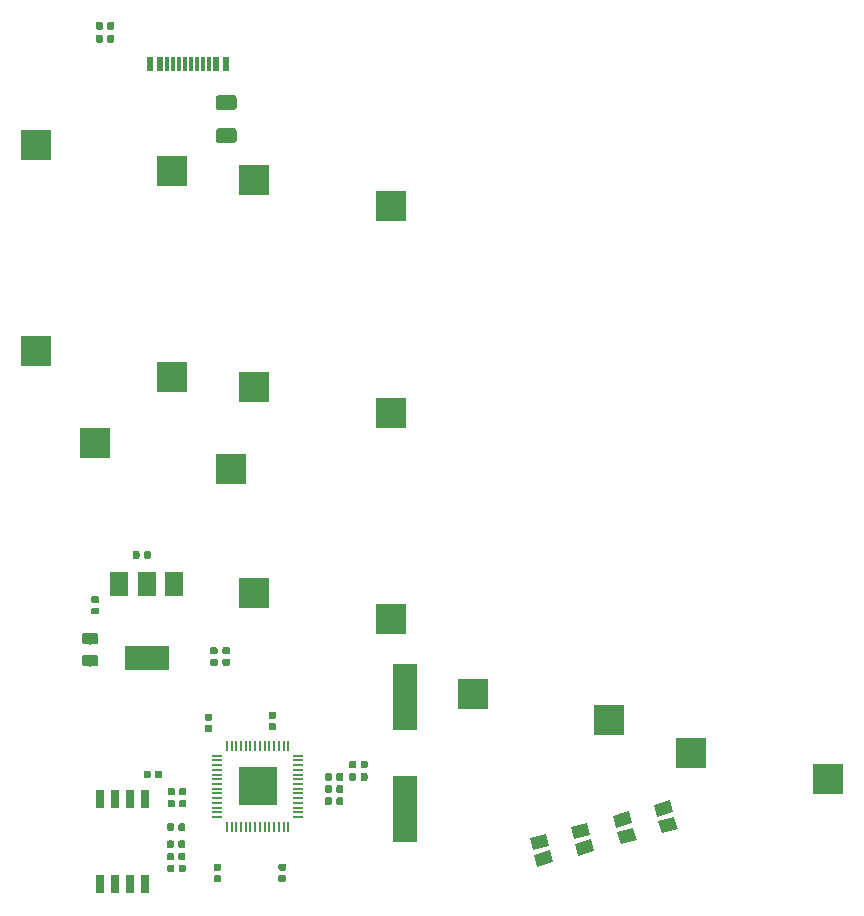
<source format=gbr>
G04 #@! TF.GenerationSoftware,KiCad,Pcbnew,(5.1.4)-1*
G04 #@! TF.CreationDate,2023-01-08T18:51:13-05:00*
G04 #@! TF.ProjectId,ThumbsUp,5468756d-6273-4557-902e-6b696361645f,rev?*
G04 #@! TF.SameCoordinates,Original*
G04 #@! TF.FileFunction,Paste,Bot*
G04 #@! TF.FilePolarity,Positive*
%FSLAX46Y46*%
G04 Gerber Fmt 4.6, Leading zero omitted, Abs format (unit mm)*
G04 Created by KiCad (PCBNEW (5.1.4)-1) date 2023-01-08 18:51:13*
%MOMM*%
%LPD*%
G04 APERTURE LIST*
%ADD10R,2.600000X2.600000*%
%ADD11C,0.100000*%
%ADD12C,0.975000*%
%ADD13C,0.590000*%
%ADD14C,1.250000*%
%ADD15R,0.600000X1.160000*%
%ADD16R,0.300000X1.160000*%
%ADD17R,2.100000X5.600000*%
%ADD18R,1.500000X2.000000*%
%ADD19R,3.800000X2.000000*%
%ADD20C,1.050000*%
%ADD21R,0.650000X1.650000*%
%ADD22R,3.200000X3.200000*%
%ADD23R,0.850000X0.200000*%
%ADD24R,0.200000X0.850000*%
G04 APERTURE END LIST*
D10*
X167187025Y-422360323D03*
X155637025Y-420160323D03*
D11*
G36*
X160712142Y-443992674D02*
G01*
X160735803Y-443996184D01*
X160759007Y-444001996D01*
X160781529Y-444010054D01*
X160803153Y-444020282D01*
X160823670Y-444032579D01*
X160842883Y-444046829D01*
X160860607Y-444062893D01*
X160876671Y-444080617D01*
X160890921Y-444099830D01*
X160903218Y-444120347D01*
X160913446Y-444141971D01*
X160921504Y-444164493D01*
X160927316Y-444187697D01*
X160930826Y-444211358D01*
X160932000Y-444235250D01*
X160932000Y-444722750D01*
X160930826Y-444746642D01*
X160927316Y-444770303D01*
X160921504Y-444793507D01*
X160913446Y-444816029D01*
X160903218Y-444837653D01*
X160890921Y-444858170D01*
X160876671Y-444877383D01*
X160860607Y-444895107D01*
X160842883Y-444911171D01*
X160823670Y-444925421D01*
X160803153Y-444937718D01*
X160781529Y-444947946D01*
X160759007Y-444956004D01*
X160735803Y-444961816D01*
X160712142Y-444965326D01*
X160688250Y-444966500D01*
X159775750Y-444966500D01*
X159751858Y-444965326D01*
X159728197Y-444961816D01*
X159704993Y-444956004D01*
X159682471Y-444947946D01*
X159660847Y-444937718D01*
X159640330Y-444925421D01*
X159621117Y-444911171D01*
X159603393Y-444895107D01*
X159587329Y-444877383D01*
X159573079Y-444858170D01*
X159560782Y-444837653D01*
X159550554Y-444816029D01*
X159542496Y-444793507D01*
X159536684Y-444770303D01*
X159533174Y-444746642D01*
X159532000Y-444722750D01*
X159532000Y-444235250D01*
X159533174Y-444211358D01*
X159536684Y-444187697D01*
X159542496Y-444164493D01*
X159550554Y-444141971D01*
X159560782Y-444120347D01*
X159573079Y-444099830D01*
X159587329Y-444080617D01*
X159603393Y-444062893D01*
X159621117Y-444046829D01*
X159640330Y-444032579D01*
X159660847Y-444020282D01*
X159682471Y-444010054D01*
X159704993Y-444001996D01*
X159728197Y-443996184D01*
X159751858Y-443992674D01*
X159775750Y-443991500D01*
X160688250Y-443991500D01*
X160712142Y-443992674D01*
X160712142Y-443992674D01*
G37*
D12*
X160232000Y-444479000D03*
D11*
G36*
X160712142Y-445867674D02*
G01*
X160735803Y-445871184D01*
X160759007Y-445876996D01*
X160781529Y-445885054D01*
X160803153Y-445895282D01*
X160823670Y-445907579D01*
X160842883Y-445921829D01*
X160860607Y-445937893D01*
X160876671Y-445955617D01*
X160890921Y-445974830D01*
X160903218Y-445995347D01*
X160913446Y-446016971D01*
X160921504Y-446039493D01*
X160927316Y-446062697D01*
X160930826Y-446086358D01*
X160932000Y-446110250D01*
X160932000Y-446597750D01*
X160930826Y-446621642D01*
X160927316Y-446645303D01*
X160921504Y-446668507D01*
X160913446Y-446691029D01*
X160903218Y-446712653D01*
X160890921Y-446733170D01*
X160876671Y-446752383D01*
X160860607Y-446770107D01*
X160842883Y-446786171D01*
X160823670Y-446800421D01*
X160803153Y-446812718D01*
X160781529Y-446822946D01*
X160759007Y-446831004D01*
X160735803Y-446836816D01*
X160712142Y-446840326D01*
X160688250Y-446841500D01*
X159775750Y-446841500D01*
X159751858Y-446840326D01*
X159728197Y-446836816D01*
X159704993Y-446831004D01*
X159682471Y-446822946D01*
X159660847Y-446812718D01*
X159640330Y-446800421D01*
X159621117Y-446786171D01*
X159603393Y-446770107D01*
X159587329Y-446752383D01*
X159573079Y-446733170D01*
X159560782Y-446712653D01*
X159550554Y-446691029D01*
X159542496Y-446668507D01*
X159536684Y-446645303D01*
X159533174Y-446621642D01*
X159532000Y-446597750D01*
X159532000Y-446110250D01*
X159533174Y-446086358D01*
X159536684Y-446062697D01*
X159542496Y-446039493D01*
X159550554Y-446016971D01*
X159560782Y-445995347D01*
X159573079Y-445974830D01*
X159587329Y-445955617D01*
X159603393Y-445937893D01*
X159621117Y-445921829D01*
X159640330Y-445907579D01*
X159660847Y-445895282D01*
X159682471Y-445885054D01*
X159704993Y-445876996D01*
X159728197Y-445871184D01*
X159751858Y-445867674D01*
X159775750Y-445866500D01*
X160688250Y-445866500D01*
X160712142Y-445867674D01*
X160712142Y-445867674D01*
G37*
D12*
X160232000Y-446354000D03*
D11*
G36*
X181531958Y-455880710D02*
G01*
X181546276Y-455882834D01*
X181560317Y-455886351D01*
X181573946Y-455891228D01*
X181587031Y-455897417D01*
X181599447Y-455904858D01*
X181611073Y-455913481D01*
X181621798Y-455923202D01*
X181631519Y-455933927D01*
X181640142Y-455945553D01*
X181647583Y-455957969D01*
X181653772Y-455971054D01*
X181658649Y-455984683D01*
X181662166Y-455998724D01*
X181664290Y-456013042D01*
X181665000Y-456027500D01*
X181665000Y-456372500D01*
X181664290Y-456386958D01*
X181662166Y-456401276D01*
X181658649Y-456415317D01*
X181653772Y-456428946D01*
X181647583Y-456442031D01*
X181640142Y-456454447D01*
X181631519Y-456466073D01*
X181621798Y-456476798D01*
X181611073Y-456486519D01*
X181599447Y-456495142D01*
X181587031Y-456502583D01*
X181573946Y-456508772D01*
X181560317Y-456513649D01*
X181546276Y-456517166D01*
X181531958Y-456519290D01*
X181517500Y-456520000D01*
X181222500Y-456520000D01*
X181208042Y-456519290D01*
X181193724Y-456517166D01*
X181179683Y-456513649D01*
X181166054Y-456508772D01*
X181152969Y-456502583D01*
X181140553Y-456495142D01*
X181128927Y-456486519D01*
X181118202Y-456476798D01*
X181108481Y-456466073D01*
X181099858Y-456454447D01*
X181092417Y-456442031D01*
X181086228Y-456428946D01*
X181081351Y-456415317D01*
X181077834Y-456401276D01*
X181075710Y-456386958D01*
X181075000Y-456372500D01*
X181075000Y-456027500D01*
X181075710Y-456013042D01*
X181077834Y-455998724D01*
X181081351Y-455984683D01*
X181086228Y-455971054D01*
X181092417Y-455957969D01*
X181099858Y-455945553D01*
X181108481Y-455933927D01*
X181118202Y-455923202D01*
X181128927Y-455913481D01*
X181140553Y-455904858D01*
X181152969Y-455897417D01*
X181166054Y-455891228D01*
X181179683Y-455886351D01*
X181193724Y-455882834D01*
X181208042Y-455880710D01*
X181222500Y-455880000D01*
X181517500Y-455880000D01*
X181531958Y-455880710D01*
X181531958Y-455880710D01*
G37*
D13*
X181370000Y-456200000D03*
D11*
G36*
X180561958Y-455880710D02*
G01*
X180576276Y-455882834D01*
X180590317Y-455886351D01*
X180603946Y-455891228D01*
X180617031Y-455897417D01*
X180629447Y-455904858D01*
X180641073Y-455913481D01*
X180651798Y-455923202D01*
X180661519Y-455933927D01*
X180670142Y-455945553D01*
X180677583Y-455957969D01*
X180683772Y-455971054D01*
X180688649Y-455984683D01*
X180692166Y-455998724D01*
X180694290Y-456013042D01*
X180695000Y-456027500D01*
X180695000Y-456372500D01*
X180694290Y-456386958D01*
X180692166Y-456401276D01*
X180688649Y-456415317D01*
X180683772Y-456428946D01*
X180677583Y-456442031D01*
X180670142Y-456454447D01*
X180661519Y-456466073D01*
X180651798Y-456476798D01*
X180641073Y-456486519D01*
X180629447Y-456495142D01*
X180617031Y-456502583D01*
X180603946Y-456508772D01*
X180590317Y-456513649D01*
X180576276Y-456517166D01*
X180561958Y-456519290D01*
X180547500Y-456520000D01*
X180252500Y-456520000D01*
X180238042Y-456519290D01*
X180223724Y-456517166D01*
X180209683Y-456513649D01*
X180196054Y-456508772D01*
X180182969Y-456502583D01*
X180170553Y-456495142D01*
X180158927Y-456486519D01*
X180148202Y-456476798D01*
X180138481Y-456466073D01*
X180129858Y-456454447D01*
X180122417Y-456442031D01*
X180116228Y-456428946D01*
X180111351Y-456415317D01*
X180107834Y-456401276D01*
X180105710Y-456386958D01*
X180105000Y-456372500D01*
X180105000Y-456027500D01*
X180105710Y-456013042D01*
X180107834Y-455998724D01*
X180111351Y-455984683D01*
X180116228Y-455971054D01*
X180122417Y-455957969D01*
X180129858Y-455945553D01*
X180138481Y-455933927D01*
X180148202Y-455923202D01*
X180158927Y-455913481D01*
X180170553Y-455904858D01*
X180182969Y-455897417D01*
X180196054Y-455891228D01*
X180209683Y-455886351D01*
X180223724Y-455882834D01*
X180238042Y-455880710D01*
X180252500Y-455880000D01*
X180547500Y-455880000D01*
X180561958Y-455880710D01*
X180561958Y-455880710D01*
G37*
D13*
X180400000Y-456200000D03*
D11*
G36*
X170886958Y-445235710D02*
G01*
X170901276Y-445237834D01*
X170915317Y-445241351D01*
X170928946Y-445246228D01*
X170942031Y-445252417D01*
X170954447Y-445259858D01*
X170966073Y-445268481D01*
X170976798Y-445278202D01*
X170986519Y-445288927D01*
X170995142Y-445300553D01*
X171002583Y-445312969D01*
X171008772Y-445326054D01*
X171013649Y-445339683D01*
X171017166Y-445353724D01*
X171019290Y-445368042D01*
X171020000Y-445382500D01*
X171020000Y-445677500D01*
X171019290Y-445691958D01*
X171017166Y-445706276D01*
X171013649Y-445720317D01*
X171008772Y-445733946D01*
X171002583Y-445747031D01*
X170995142Y-445759447D01*
X170986519Y-445771073D01*
X170976798Y-445781798D01*
X170966073Y-445791519D01*
X170954447Y-445800142D01*
X170942031Y-445807583D01*
X170928946Y-445813772D01*
X170915317Y-445818649D01*
X170901276Y-445822166D01*
X170886958Y-445824290D01*
X170872500Y-445825000D01*
X170527500Y-445825000D01*
X170513042Y-445824290D01*
X170498724Y-445822166D01*
X170484683Y-445818649D01*
X170471054Y-445813772D01*
X170457969Y-445807583D01*
X170445553Y-445800142D01*
X170433927Y-445791519D01*
X170423202Y-445781798D01*
X170413481Y-445771073D01*
X170404858Y-445759447D01*
X170397417Y-445747031D01*
X170391228Y-445733946D01*
X170386351Y-445720317D01*
X170382834Y-445706276D01*
X170380710Y-445691958D01*
X170380000Y-445677500D01*
X170380000Y-445382500D01*
X170380710Y-445368042D01*
X170382834Y-445353724D01*
X170386351Y-445339683D01*
X170391228Y-445326054D01*
X170397417Y-445312969D01*
X170404858Y-445300553D01*
X170413481Y-445288927D01*
X170423202Y-445278202D01*
X170433927Y-445268481D01*
X170445553Y-445259858D01*
X170457969Y-445252417D01*
X170471054Y-445246228D01*
X170484683Y-445241351D01*
X170498724Y-445237834D01*
X170513042Y-445235710D01*
X170527500Y-445235000D01*
X170872500Y-445235000D01*
X170886958Y-445235710D01*
X170886958Y-445235710D01*
G37*
D13*
X170700000Y-445530000D03*
D11*
G36*
X170886958Y-446205710D02*
G01*
X170901276Y-446207834D01*
X170915317Y-446211351D01*
X170928946Y-446216228D01*
X170942031Y-446222417D01*
X170954447Y-446229858D01*
X170966073Y-446238481D01*
X170976798Y-446248202D01*
X170986519Y-446258927D01*
X170995142Y-446270553D01*
X171002583Y-446282969D01*
X171008772Y-446296054D01*
X171013649Y-446309683D01*
X171017166Y-446323724D01*
X171019290Y-446338042D01*
X171020000Y-446352500D01*
X171020000Y-446647500D01*
X171019290Y-446661958D01*
X171017166Y-446676276D01*
X171013649Y-446690317D01*
X171008772Y-446703946D01*
X171002583Y-446717031D01*
X170995142Y-446729447D01*
X170986519Y-446741073D01*
X170976798Y-446751798D01*
X170966073Y-446761519D01*
X170954447Y-446770142D01*
X170942031Y-446777583D01*
X170928946Y-446783772D01*
X170915317Y-446788649D01*
X170901276Y-446792166D01*
X170886958Y-446794290D01*
X170872500Y-446795000D01*
X170527500Y-446795000D01*
X170513042Y-446794290D01*
X170498724Y-446792166D01*
X170484683Y-446788649D01*
X170471054Y-446783772D01*
X170457969Y-446777583D01*
X170445553Y-446770142D01*
X170433927Y-446761519D01*
X170423202Y-446751798D01*
X170413481Y-446741073D01*
X170404858Y-446729447D01*
X170397417Y-446717031D01*
X170391228Y-446703946D01*
X170386351Y-446690317D01*
X170382834Y-446676276D01*
X170380710Y-446661958D01*
X170380000Y-446647500D01*
X170380000Y-446352500D01*
X170380710Y-446338042D01*
X170382834Y-446323724D01*
X170386351Y-446309683D01*
X170391228Y-446296054D01*
X170397417Y-446282969D01*
X170404858Y-446270553D01*
X170413481Y-446258927D01*
X170423202Y-446248202D01*
X170433927Y-446238481D01*
X170445553Y-446229858D01*
X170457969Y-446222417D01*
X170471054Y-446216228D01*
X170484683Y-446211351D01*
X170498724Y-446207834D01*
X170513042Y-446205710D01*
X170527500Y-446205000D01*
X170872500Y-446205000D01*
X170886958Y-446205710D01*
X170886958Y-446205710D01*
G37*
D13*
X170700000Y-446500000D03*
D11*
G36*
X171936958Y-445220710D02*
G01*
X171951276Y-445222834D01*
X171965317Y-445226351D01*
X171978946Y-445231228D01*
X171992031Y-445237417D01*
X172004447Y-445244858D01*
X172016073Y-445253481D01*
X172026798Y-445263202D01*
X172036519Y-445273927D01*
X172045142Y-445285553D01*
X172052583Y-445297969D01*
X172058772Y-445311054D01*
X172063649Y-445324683D01*
X172067166Y-445338724D01*
X172069290Y-445353042D01*
X172070000Y-445367500D01*
X172070000Y-445662500D01*
X172069290Y-445676958D01*
X172067166Y-445691276D01*
X172063649Y-445705317D01*
X172058772Y-445718946D01*
X172052583Y-445732031D01*
X172045142Y-445744447D01*
X172036519Y-445756073D01*
X172026798Y-445766798D01*
X172016073Y-445776519D01*
X172004447Y-445785142D01*
X171992031Y-445792583D01*
X171978946Y-445798772D01*
X171965317Y-445803649D01*
X171951276Y-445807166D01*
X171936958Y-445809290D01*
X171922500Y-445810000D01*
X171577500Y-445810000D01*
X171563042Y-445809290D01*
X171548724Y-445807166D01*
X171534683Y-445803649D01*
X171521054Y-445798772D01*
X171507969Y-445792583D01*
X171495553Y-445785142D01*
X171483927Y-445776519D01*
X171473202Y-445766798D01*
X171463481Y-445756073D01*
X171454858Y-445744447D01*
X171447417Y-445732031D01*
X171441228Y-445718946D01*
X171436351Y-445705317D01*
X171432834Y-445691276D01*
X171430710Y-445676958D01*
X171430000Y-445662500D01*
X171430000Y-445367500D01*
X171430710Y-445353042D01*
X171432834Y-445338724D01*
X171436351Y-445324683D01*
X171441228Y-445311054D01*
X171447417Y-445297969D01*
X171454858Y-445285553D01*
X171463481Y-445273927D01*
X171473202Y-445263202D01*
X171483927Y-445253481D01*
X171495553Y-445244858D01*
X171507969Y-445237417D01*
X171521054Y-445231228D01*
X171534683Y-445226351D01*
X171548724Y-445222834D01*
X171563042Y-445220710D01*
X171577500Y-445220000D01*
X171922500Y-445220000D01*
X171936958Y-445220710D01*
X171936958Y-445220710D01*
G37*
D13*
X171750000Y-445515000D03*
D11*
G36*
X171936958Y-446190710D02*
G01*
X171951276Y-446192834D01*
X171965317Y-446196351D01*
X171978946Y-446201228D01*
X171992031Y-446207417D01*
X172004447Y-446214858D01*
X172016073Y-446223481D01*
X172026798Y-446233202D01*
X172036519Y-446243927D01*
X172045142Y-446255553D01*
X172052583Y-446267969D01*
X172058772Y-446281054D01*
X172063649Y-446294683D01*
X172067166Y-446308724D01*
X172069290Y-446323042D01*
X172070000Y-446337500D01*
X172070000Y-446632500D01*
X172069290Y-446646958D01*
X172067166Y-446661276D01*
X172063649Y-446675317D01*
X172058772Y-446688946D01*
X172052583Y-446702031D01*
X172045142Y-446714447D01*
X172036519Y-446726073D01*
X172026798Y-446736798D01*
X172016073Y-446746519D01*
X172004447Y-446755142D01*
X171992031Y-446762583D01*
X171978946Y-446768772D01*
X171965317Y-446773649D01*
X171951276Y-446777166D01*
X171936958Y-446779290D01*
X171922500Y-446780000D01*
X171577500Y-446780000D01*
X171563042Y-446779290D01*
X171548724Y-446777166D01*
X171534683Y-446773649D01*
X171521054Y-446768772D01*
X171507969Y-446762583D01*
X171495553Y-446755142D01*
X171483927Y-446746519D01*
X171473202Y-446736798D01*
X171463481Y-446726073D01*
X171454858Y-446714447D01*
X171447417Y-446702031D01*
X171441228Y-446688946D01*
X171436351Y-446675317D01*
X171432834Y-446661276D01*
X171430710Y-446646958D01*
X171430000Y-446632500D01*
X171430000Y-446337500D01*
X171430710Y-446323042D01*
X171432834Y-446308724D01*
X171436351Y-446294683D01*
X171441228Y-446281054D01*
X171447417Y-446267969D01*
X171454858Y-446255553D01*
X171463481Y-446243927D01*
X171473202Y-446233202D01*
X171483927Y-446223481D01*
X171495553Y-446214858D01*
X171507969Y-446207417D01*
X171521054Y-446201228D01*
X171534683Y-446196351D01*
X171548724Y-446192834D01*
X171563042Y-446190710D01*
X171577500Y-446190000D01*
X171922500Y-446190000D01*
X171936958Y-446190710D01*
X171936958Y-446190710D01*
G37*
D13*
X171750000Y-446485000D03*
D11*
G36*
X168161958Y-462630710D02*
G01*
X168176276Y-462632834D01*
X168190317Y-462636351D01*
X168203946Y-462641228D01*
X168217031Y-462647417D01*
X168229447Y-462654858D01*
X168241073Y-462663481D01*
X168251798Y-462673202D01*
X168261519Y-462683927D01*
X168270142Y-462695553D01*
X168277583Y-462707969D01*
X168283772Y-462721054D01*
X168288649Y-462734683D01*
X168292166Y-462748724D01*
X168294290Y-462763042D01*
X168295000Y-462777500D01*
X168295000Y-463122500D01*
X168294290Y-463136958D01*
X168292166Y-463151276D01*
X168288649Y-463165317D01*
X168283772Y-463178946D01*
X168277583Y-463192031D01*
X168270142Y-463204447D01*
X168261519Y-463216073D01*
X168251798Y-463226798D01*
X168241073Y-463236519D01*
X168229447Y-463245142D01*
X168217031Y-463252583D01*
X168203946Y-463258772D01*
X168190317Y-463263649D01*
X168176276Y-463267166D01*
X168161958Y-463269290D01*
X168147500Y-463270000D01*
X167852500Y-463270000D01*
X167838042Y-463269290D01*
X167823724Y-463267166D01*
X167809683Y-463263649D01*
X167796054Y-463258772D01*
X167782969Y-463252583D01*
X167770553Y-463245142D01*
X167758927Y-463236519D01*
X167748202Y-463226798D01*
X167738481Y-463216073D01*
X167729858Y-463204447D01*
X167722417Y-463192031D01*
X167716228Y-463178946D01*
X167711351Y-463165317D01*
X167707834Y-463151276D01*
X167705710Y-463136958D01*
X167705000Y-463122500D01*
X167705000Y-462777500D01*
X167705710Y-462763042D01*
X167707834Y-462748724D01*
X167711351Y-462734683D01*
X167716228Y-462721054D01*
X167722417Y-462707969D01*
X167729858Y-462695553D01*
X167738481Y-462683927D01*
X167748202Y-462673202D01*
X167758927Y-462663481D01*
X167770553Y-462654858D01*
X167782969Y-462647417D01*
X167796054Y-462641228D01*
X167809683Y-462636351D01*
X167823724Y-462632834D01*
X167838042Y-462630710D01*
X167852500Y-462630000D01*
X168147500Y-462630000D01*
X168161958Y-462630710D01*
X168161958Y-462630710D01*
G37*
D13*
X168000000Y-462950000D03*
D11*
G36*
X167191958Y-462630710D02*
G01*
X167206276Y-462632834D01*
X167220317Y-462636351D01*
X167233946Y-462641228D01*
X167247031Y-462647417D01*
X167259447Y-462654858D01*
X167271073Y-462663481D01*
X167281798Y-462673202D01*
X167291519Y-462683927D01*
X167300142Y-462695553D01*
X167307583Y-462707969D01*
X167313772Y-462721054D01*
X167318649Y-462734683D01*
X167322166Y-462748724D01*
X167324290Y-462763042D01*
X167325000Y-462777500D01*
X167325000Y-463122500D01*
X167324290Y-463136958D01*
X167322166Y-463151276D01*
X167318649Y-463165317D01*
X167313772Y-463178946D01*
X167307583Y-463192031D01*
X167300142Y-463204447D01*
X167291519Y-463216073D01*
X167281798Y-463226798D01*
X167271073Y-463236519D01*
X167259447Y-463245142D01*
X167247031Y-463252583D01*
X167233946Y-463258772D01*
X167220317Y-463263649D01*
X167206276Y-463267166D01*
X167191958Y-463269290D01*
X167177500Y-463270000D01*
X166882500Y-463270000D01*
X166868042Y-463269290D01*
X166853724Y-463267166D01*
X166839683Y-463263649D01*
X166826054Y-463258772D01*
X166812969Y-463252583D01*
X166800553Y-463245142D01*
X166788927Y-463236519D01*
X166778202Y-463226798D01*
X166768481Y-463216073D01*
X166759858Y-463204447D01*
X166752417Y-463192031D01*
X166746228Y-463178946D01*
X166741351Y-463165317D01*
X166737834Y-463151276D01*
X166735710Y-463136958D01*
X166735000Y-463122500D01*
X166735000Y-462777500D01*
X166735710Y-462763042D01*
X166737834Y-462748724D01*
X166741351Y-462734683D01*
X166746228Y-462721054D01*
X166752417Y-462707969D01*
X166759858Y-462695553D01*
X166768481Y-462683927D01*
X166778202Y-462673202D01*
X166788927Y-462663481D01*
X166800553Y-462654858D01*
X166812969Y-462647417D01*
X166826054Y-462641228D01*
X166839683Y-462636351D01*
X166853724Y-462632834D01*
X166868042Y-462630710D01*
X166882500Y-462630000D01*
X167177500Y-462630000D01*
X167191958Y-462630710D01*
X167191958Y-462630710D01*
G37*
D13*
X167030000Y-462950000D03*
D11*
G36*
X167211958Y-463630710D02*
G01*
X167226276Y-463632834D01*
X167240317Y-463636351D01*
X167253946Y-463641228D01*
X167267031Y-463647417D01*
X167279447Y-463654858D01*
X167291073Y-463663481D01*
X167301798Y-463673202D01*
X167311519Y-463683927D01*
X167320142Y-463695553D01*
X167327583Y-463707969D01*
X167333772Y-463721054D01*
X167338649Y-463734683D01*
X167342166Y-463748724D01*
X167344290Y-463763042D01*
X167345000Y-463777500D01*
X167345000Y-464122500D01*
X167344290Y-464136958D01*
X167342166Y-464151276D01*
X167338649Y-464165317D01*
X167333772Y-464178946D01*
X167327583Y-464192031D01*
X167320142Y-464204447D01*
X167311519Y-464216073D01*
X167301798Y-464226798D01*
X167291073Y-464236519D01*
X167279447Y-464245142D01*
X167267031Y-464252583D01*
X167253946Y-464258772D01*
X167240317Y-464263649D01*
X167226276Y-464267166D01*
X167211958Y-464269290D01*
X167197500Y-464270000D01*
X166902500Y-464270000D01*
X166888042Y-464269290D01*
X166873724Y-464267166D01*
X166859683Y-464263649D01*
X166846054Y-464258772D01*
X166832969Y-464252583D01*
X166820553Y-464245142D01*
X166808927Y-464236519D01*
X166798202Y-464226798D01*
X166788481Y-464216073D01*
X166779858Y-464204447D01*
X166772417Y-464192031D01*
X166766228Y-464178946D01*
X166761351Y-464165317D01*
X166757834Y-464151276D01*
X166755710Y-464136958D01*
X166755000Y-464122500D01*
X166755000Y-463777500D01*
X166755710Y-463763042D01*
X166757834Y-463748724D01*
X166761351Y-463734683D01*
X166766228Y-463721054D01*
X166772417Y-463707969D01*
X166779858Y-463695553D01*
X166788481Y-463683927D01*
X166798202Y-463673202D01*
X166808927Y-463663481D01*
X166820553Y-463654858D01*
X166832969Y-463647417D01*
X166846054Y-463641228D01*
X166859683Y-463636351D01*
X166873724Y-463632834D01*
X166888042Y-463630710D01*
X166902500Y-463630000D01*
X167197500Y-463630000D01*
X167211958Y-463630710D01*
X167211958Y-463630710D01*
G37*
D13*
X167050000Y-463950000D03*
D11*
G36*
X168181958Y-463630710D02*
G01*
X168196276Y-463632834D01*
X168210317Y-463636351D01*
X168223946Y-463641228D01*
X168237031Y-463647417D01*
X168249447Y-463654858D01*
X168261073Y-463663481D01*
X168271798Y-463673202D01*
X168281519Y-463683927D01*
X168290142Y-463695553D01*
X168297583Y-463707969D01*
X168303772Y-463721054D01*
X168308649Y-463734683D01*
X168312166Y-463748724D01*
X168314290Y-463763042D01*
X168315000Y-463777500D01*
X168315000Y-464122500D01*
X168314290Y-464136958D01*
X168312166Y-464151276D01*
X168308649Y-464165317D01*
X168303772Y-464178946D01*
X168297583Y-464192031D01*
X168290142Y-464204447D01*
X168281519Y-464216073D01*
X168271798Y-464226798D01*
X168261073Y-464236519D01*
X168249447Y-464245142D01*
X168237031Y-464252583D01*
X168223946Y-464258772D01*
X168210317Y-464263649D01*
X168196276Y-464267166D01*
X168181958Y-464269290D01*
X168167500Y-464270000D01*
X167872500Y-464270000D01*
X167858042Y-464269290D01*
X167843724Y-464267166D01*
X167829683Y-464263649D01*
X167816054Y-464258772D01*
X167802969Y-464252583D01*
X167790553Y-464245142D01*
X167778927Y-464236519D01*
X167768202Y-464226798D01*
X167758481Y-464216073D01*
X167749858Y-464204447D01*
X167742417Y-464192031D01*
X167736228Y-464178946D01*
X167731351Y-464165317D01*
X167727834Y-464151276D01*
X167725710Y-464136958D01*
X167725000Y-464122500D01*
X167725000Y-463777500D01*
X167725710Y-463763042D01*
X167727834Y-463748724D01*
X167731351Y-463734683D01*
X167736228Y-463721054D01*
X167742417Y-463707969D01*
X167749858Y-463695553D01*
X167758481Y-463683927D01*
X167768202Y-463673202D01*
X167778927Y-463663481D01*
X167790553Y-463654858D01*
X167802969Y-463647417D01*
X167816054Y-463641228D01*
X167829683Y-463636351D01*
X167843724Y-463632834D01*
X167858042Y-463630710D01*
X167872500Y-463630000D01*
X168167500Y-463630000D01*
X168181958Y-463630710D01*
X168181958Y-463630710D01*
G37*
D13*
X168020000Y-463950000D03*
D11*
G36*
X162131958Y-392280710D02*
G01*
X162146276Y-392282834D01*
X162160317Y-392286351D01*
X162173946Y-392291228D01*
X162187031Y-392297417D01*
X162199447Y-392304858D01*
X162211073Y-392313481D01*
X162221798Y-392323202D01*
X162231519Y-392333927D01*
X162240142Y-392345553D01*
X162247583Y-392357969D01*
X162253772Y-392371054D01*
X162258649Y-392384683D01*
X162262166Y-392398724D01*
X162264290Y-392413042D01*
X162265000Y-392427500D01*
X162265000Y-392772500D01*
X162264290Y-392786958D01*
X162262166Y-392801276D01*
X162258649Y-392815317D01*
X162253772Y-392828946D01*
X162247583Y-392842031D01*
X162240142Y-392854447D01*
X162231519Y-392866073D01*
X162221798Y-392876798D01*
X162211073Y-392886519D01*
X162199447Y-392895142D01*
X162187031Y-392902583D01*
X162173946Y-392908772D01*
X162160317Y-392913649D01*
X162146276Y-392917166D01*
X162131958Y-392919290D01*
X162117500Y-392920000D01*
X161822500Y-392920000D01*
X161808042Y-392919290D01*
X161793724Y-392917166D01*
X161779683Y-392913649D01*
X161766054Y-392908772D01*
X161752969Y-392902583D01*
X161740553Y-392895142D01*
X161728927Y-392886519D01*
X161718202Y-392876798D01*
X161708481Y-392866073D01*
X161699858Y-392854447D01*
X161692417Y-392842031D01*
X161686228Y-392828946D01*
X161681351Y-392815317D01*
X161677834Y-392801276D01*
X161675710Y-392786958D01*
X161675000Y-392772500D01*
X161675000Y-392427500D01*
X161675710Y-392413042D01*
X161677834Y-392398724D01*
X161681351Y-392384683D01*
X161686228Y-392371054D01*
X161692417Y-392357969D01*
X161699858Y-392345553D01*
X161708481Y-392333927D01*
X161718202Y-392323202D01*
X161728927Y-392313481D01*
X161740553Y-392304858D01*
X161752969Y-392297417D01*
X161766054Y-392291228D01*
X161779683Y-392286351D01*
X161793724Y-392282834D01*
X161808042Y-392280710D01*
X161822500Y-392280000D01*
X162117500Y-392280000D01*
X162131958Y-392280710D01*
X162131958Y-392280710D01*
G37*
D13*
X161970000Y-392600000D03*
D11*
G36*
X161161958Y-392280710D02*
G01*
X161176276Y-392282834D01*
X161190317Y-392286351D01*
X161203946Y-392291228D01*
X161217031Y-392297417D01*
X161229447Y-392304858D01*
X161241073Y-392313481D01*
X161251798Y-392323202D01*
X161261519Y-392333927D01*
X161270142Y-392345553D01*
X161277583Y-392357969D01*
X161283772Y-392371054D01*
X161288649Y-392384683D01*
X161292166Y-392398724D01*
X161294290Y-392413042D01*
X161295000Y-392427500D01*
X161295000Y-392772500D01*
X161294290Y-392786958D01*
X161292166Y-392801276D01*
X161288649Y-392815317D01*
X161283772Y-392828946D01*
X161277583Y-392842031D01*
X161270142Y-392854447D01*
X161261519Y-392866073D01*
X161251798Y-392876798D01*
X161241073Y-392886519D01*
X161229447Y-392895142D01*
X161217031Y-392902583D01*
X161203946Y-392908772D01*
X161190317Y-392913649D01*
X161176276Y-392917166D01*
X161161958Y-392919290D01*
X161147500Y-392920000D01*
X160852500Y-392920000D01*
X160838042Y-392919290D01*
X160823724Y-392917166D01*
X160809683Y-392913649D01*
X160796054Y-392908772D01*
X160782969Y-392902583D01*
X160770553Y-392895142D01*
X160758927Y-392886519D01*
X160748202Y-392876798D01*
X160738481Y-392866073D01*
X160729858Y-392854447D01*
X160722417Y-392842031D01*
X160716228Y-392828946D01*
X160711351Y-392815317D01*
X160707834Y-392801276D01*
X160705710Y-392786958D01*
X160705000Y-392772500D01*
X160705000Y-392427500D01*
X160705710Y-392413042D01*
X160707834Y-392398724D01*
X160711351Y-392384683D01*
X160716228Y-392371054D01*
X160722417Y-392357969D01*
X160729858Y-392345553D01*
X160738481Y-392333927D01*
X160748202Y-392323202D01*
X160758927Y-392313481D01*
X160770553Y-392304858D01*
X160782969Y-392297417D01*
X160796054Y-392291228D01*
X160809683Y-392286351D01*
X160823724Y-392282834D01*
X160838042Y-392280710D01*
X160852500Y-392280000D01*
X161147500Y-392280000D01*
X161161958Y-392280710D01*
X161161958Y-392280710D01*
G37*
D13*
X161000000Y-392600000D03*
D11*
G36*
X161161958Y-393380710D02*
G01*
X161176276Y-393382834D01*
X161190317Y-393386351D01*
X161203946Y-393391228D01*
X161217031Y-393397417D01*
X161229447Y-393404858D01*
X161241073Y-393413481D01*
X161251798Y-393423202D01*
X161261519Y-393433927D01*
X161270142Y-393445553D01*
X161277583Y-393457969D01*
X161283772Y-393471054D01*
X161288649Y-393484683D01*
X161292166Y-393498724D01*
X161294290Y-393513042D01*
X161295000Y-393527500D01*
X161295000Y-393872500D01*
X161294290Y-393886958D01*
X161292166Y-393901276D01*
X161288649Y-393915317D01*
X161283772Y-393928946D01*
X161277583Y-393942031D01*
X161270142Y-393954447D01*
X161261519Y-393966073D01*
X161251798Y-393976798D01*
X161241073Y-393986519D01*
X161229447Y-393995142D01*
X161217031Y-394002583D01*
X161203946Y-394008772D01*
X161190317Y-394013649D01*
X161176276Y-394017166D01*
X161161958Y-394019290D01*
X161147500Y-394020000D01*
X160852500Y-394020000D01*
X160838042Y-394019290D01*
X160823724Y-394017166D01*
X160809683Y-394013649D01*
X160796054Y-394008772D01*
X160782969Y-394002583D01*
X160770553Y-393995142D01*
X160758927Y-393986519D01*
X160748202Y-393976798D01*
X160738481Y-393966073D01*
X160729858Y-393954447D01*
X160722417Y-393942031D01*
X160716228Y-393928946D01*
X160711351Y-393915317D01*
X160707834Y-393901276D01*
X160705710Y-393886958D01*
X160705000Y-393872500D01*
X160705000Y-393527500D01*
X160705710Y-393513042D01*
X160707834Y-393498724D01*
X160711351Y-393484683D01*
X160716228Y-393471054D01*
X160722417Y-393457969D01*
X160729858Y-393445553D01*
X160738481Y-393433927D01*
X160748202Y-393423202D01*
X160758927Y-393413481D01*
X160770553Y-393404858D01*
X160782969Y-393397417D01*
X160796054Y-393391228D01*
X160809683Y-393386351D01*
X160823724Y-393382834D01*
X160838042Y-393380710D01*
X160852500Y-393380000D01*
X161147500Y-393380000D01*
X161161958Y-393380710D01*
X161161958Y-393380710D01*
G37*
D13*
X161000000Y-393700000D03*
D11*
G36*
X162131958Y-393380710D02*
G01*
X162146276Y-393382834D01*
X162160317Y-393386351D01*
X162173946Y-393391228D01*
X162187031Y-393397417D01*
X162199447Y-393404858D01*
X162211073Y-393413481D01*
X162221798Y-393423202D01*
X162231519Y-393433927D01*
X162240142Y-393445553D01*
X162247583Y-393457969D01*
X162253772Y-393471054D01*
X162258649Y-393484683D01*
X162262166Y-393498724D01*
X162264290Y-393513042D01*
X162265000Y-393527500D01*
X162265000Y-393872500D01*
X162264290Y-393886958D01*
X162262166Y-393901276D01*
X162258649Y-393915317D01*
X162253772Y-393928946D01*
X162247583Y-393942031D01*
X162240142Y-393954447D01*
X162231519Y-393966073D01*
X162221798Y-393976798D01*
X162211073Y-393986519D01*
X162199447Y-393995142D01*
X162187031Y-394002583D01*
X162173946Y-394008772D01*
X162160317Y-394013649D01*
X162146276Y-394017166D01*
X162131958Y-394019290D01*
X162117500Y-394020000D01*
X161822500Y-394020000D01*
X161808042Y-394019290D01*
X161793724Y-394017166D01*
X161779683Y-394013649D01*
X161766054Y-394008772D01*
X161752969Y-394002583D01*
X161740553Y-393995142D01*
X161728927Y-393986519D01*
X161718202Y-393976798D01*
X161708481Y-393966073D01*
X161699858Y-393954447D01*
X161692417Y-393942031D01*
X161686228Y-393928946D01*
X161681351Y-393915317D01*
X161677834Y-393901276D01*
X161675710Y-393886958D01*
X161675000Y-393872500D01*
X161675000Y-393527500D01*
X161675710Y-393513042D01*
X161677834Y-393498724D01*
X161681351Y-393484683D01*
X161686228Y-393471054D01*
X161692417Y-393457969D01*
X161699858Y-393445553D01*
X161708481Y-393433927D01*
X161718202Y-393423202D01*
X161728927Y-393413481D01*
X161740553Y-393404858D01*
X161752969Y-393397417D01*
X161766054Y-393391228D01*
X161779683Y-393386351D01*
X161793724Y-393382834D01*
X161808042Y-393380710D01*
X161822500Y-393380000D01*
X162117500Y-393380000D01*
X162131958Y-393380710D01*
X162131958Y-393380710D01*
G37*
D13*
X161970000Y-393700000D03*
D11*
G36*
X172399504Y-398476204D02*
G01*
X172423773Y-398479804D01*
X172447571Y-398485765D01*
X172470671Y-398494030D01*
X172492849Y-398504520D01*
X172513893Y-398517133D01*
X172533598Y-398531747D01*
X172551777Y-398548223D01*
X172568253Y-398566402D01*
X172582867Y-398586107D01*
X172595480Y-398607151D01*
X172605970Y-398629329D01*
X172614235Y-398652429D01*
X172620196Y-398676227D01*
X172623796Y-398700496D01*
X172625000Y-398725000D01*
X172625000Y-399475000D01*
X172623796Y-399499504D01*
X172620196Y-399523773D01*
X172614235Y-399547571D01*
X172605970Y-399570671D01*
X172595480Y-399592849D01*
X172582867Y-399613893D01*
X172568253Y-399633598D01*
X172551777Y-399651777D01*
X172533598Y-399668253D01*
X172513893Y-399682867D01*
X172492849Y-399695480D01*
X172470671Y-399705970D01*
X172447571Y-399714235D01*
X172423773Y-399720196D01*
X172399504Y-399723796D01*
X172375000Y-399725000D01*
X171125000Y-399725000D01*
X171100496Y-399723796D01*
X171076227Y-399720196D01*
X171052429Y-399714235D01*
X171029329Y-399705970D01*
X171007151Y-399695480D01*
X170986107Y-399682867D01*
X170966402Y-399668253D01*
X170948223Y-399651777D01*
X170931747Y-399633598D01*
X170917133Y-399613893D01*
X170904520Y-399592849D01*
X170894030Y-399570671D01*
X170885765Y-399547571D01*
X170879804Y-399523773D01*
X170876204Y-399499504D01*
X170875000Y-399475000D01*
X170875000Y-398725000D01*
X170876204Y-398700496D01*
X170879804Y-398676227D01*
X170885765Y-398652429D01*
X170894030Y-398629329D01*
X170904520Y-398607151D01*
X170917133Y-398586107D01*
X170931747Y-398566402D01*
X170948223Y-398548223D01*
X170966402Y-398531747D01*
X170986107Y-398517133D01*
X171007151Y-398504520D01*
X171029329Y-398494030D01*
X171052429Y-398485765D01*
X171076227Y-398479804D01*
X171100496Y-398476204D01*
X171125000Y-398475000D01*
X172375000Y-398475000D01*
X172399504Y-398476204D01*
X172399504Y-398476204D01*
G37*
D14*
X171750000Y-399100000D03*
D11*
G36*
X172399504Y-401276204D02*
G01*
X172423773Y-401279804D01*
X172447571Y-401285765D01*
X172470671Y-401294030D01*
X172492849Y-401304520D01*
X172513893Y-401317133D01*
X172533598Y-401331747D01*
X172551777Y-401348223D01*
X172568253Y-401366402D01*
X172582867Y-401386107D01*
X172595480Y-401407151D01*
X172605970Y-401429329D01*
X172614235Y-401452429D01*
X172620196Y-401476227D01*
X172623796Y-401500496D01*
X172625000Y-401525000D01*
X172625000Y-402275000D01*
X172623796Y-402299504D01*
X172620196Y-402323773D01*
X172614235Y-402347571D01*
X172605970Y-402370671D01*
X172595480Y-402392849D01*
X172582867Y-402413893D01*
X172568253Y-402433598D01*
X172551777Y-402451777D01*
X172533598Y-402468253D01*
X172513893Y-402482867D01*
X172492849Y-402495480D01*
X172470671Y-402505970D01*
X172447571Y-402514235D01*
X172423773Y-402520196D01*
X172399504Y-402523796D01*
X172375000Y-402525000D01*
X171125000Y-402525000D01*
X171100496Y-402523796D01*
X171076227Y-402520196D01*
X171052429Y-402514235D01*
X171029329Y-402505970D01*
X171007151Y-402495480D01*
X170986107Y-402482867D01*
X170966402Y-402468253D01*
X170948223Y-402451777D01*
X170931747Y-402433598D01*
X170917133Y-402413893D01*
X170904520Y-402392849D01*
X170894030Y-402370671D01*
X170885765Y-402347571D01*
X170879804Y-402323773D01*
X170876204Y-402299504D01*
X170875000Y-402275000D01*
X170875000Y-401525000D01*
X170876204Y-401500496D01*
X170879804Y-401476227D01*
X170885765Y-401452429D01*
X170894030Y-401429329D01*
X170904520Y-401407151D01*
X170917133Y-401386107D01*
X170931747Y-401366402D01*
X170948223Y-401348223D01*
X170966402Y-401331747D01*
X170986107Y-401317133D01*
X171007151Y-401304520D01*
X171029329Y-401294030D01*
X171052429Y-401285765D01*
X171076227Y-401279804D01*
X171100496Y-401276204D01*
X171125000Y-401275000D01*
X172375000Y-401275000D01*
X172399504Y-401276204D01*
X172399504Y-401276204D01*
G37*
D14*
X171750000Y-401900000D03*
D11*
G36*
X175836958Y-450685710D02*
G01*
X175851276Y-450687834D01*
X175865317Y-450691351D01*
X175878946Y-450696228D01*
X175892031Y-450702417D01*
X175904447Y-450709858D01*
X175916073Y-450718481D01*
X175926798Y-450728202D01*
X175936519Y-450738927D01*
X175945142Y-450750553D01*
X175952583Y-450762969D01*
X175958772Y-450776054D01*
X175963649Y-450789683D01*
X175967166Y-450803724D01*
X175969290Y-450818042D01*
X175970000Y-450832500D01*
X175970000Y-451127500D01*
X175969290Y-451141958D01*
X175967166Y-451156276D01*
X175963649Y-451170317D01*
X175958772Y-451183946D01*
X175952583Y-451197031D01*
X175945142Y-451209447D01*
X175936519Y-451221073D01*
X175926798Y-451231798D01*
X175916073Y-451241519D01*
X175904447Y-451250142D01*
X175892031Y-451257583D01*
X175878946Y-451263772D01*
X175865317Y-451268649D01*
X175851276Y-451272166D01*
X175836958Y-451274290D01*
X175822500Y-451275000D01*
X175477500Y-451275000D01*
X175463042Y-451274290D01*
X175448724Y-451272166D01*
X175434683Y-451268649D01*
X175421054Y-451263772D01*
X175407969Y-451257583D01*
X175395553Y-451250142D01*
X175383927Y-451241519D01*
X175373202Y-451231798D01*
X175363481Y-451221073D01*
X175354858Y-451209447D01*
X175347417Y-451197031D01*
X175341228Y-451183946D01*
X175336351Y-451170317D01*
X175332834Y-451156276D01*
X175330710Y-451141958D01*
X175330000Y-451127500D01*
X175330000Y-450832500D01*
X175330710Y-450818042D01*
X175332834Y-450803724D01*
X175336351Y-450789683D01*
X175341228Y-450776054D01*
X175347417Y-450762969D01*
X175354858Y-450750553D01*
X175363481Y-450738927D01*
X175373202Y-450728202D01*
X175383927Y-450718481D01*
X175395553Y-450709858D01*
X175407969Y-450702417D01*
X175421054Y-450696228D01*
X175434683Y-450691351D01*
X175448724Y-450687834D01*
X175463042Y-450685710D01*
X175477500Y-450685000D01*
X175822500Y-450685000D01*
X175836958Y-450685710D01*
X175836958Y-450685710D01*
G37*
D13*
X175650000Y-450980000D03*
D11*
G36*
X175836958Y-451655710D02*
G01*
X175851276Y-451657834D01*
X175865317Y-451661351D01*
X175878946Y-451666228D01*
X175892031Y-451672417D01*
X175904447Y-451679858D01*
X175916073Y-451688481D01*
X175926798Y-451698202D01*
X175936519Y-451708927D01*
X175945142Y-451720553D01*
X175952583Y-451732969D01*
X175958772Y-451746054D01*
X175963649Y-451759683D01*
X175967166Y-451773724D01*
X175969290Y-451788042D01*
X175970000Y-451802500D01*
X175970000Y-452097500D01*
X175969290Y-452111958D01*
X175967166Y-452126276D01*
X175963649Y-452140317D01*
X175958772Y-452153946D01*
X175952583Y-452167031D01*
X175945142Y-452179447D01*
X175936519Y-452191073D01*
X175926798Y-452201798D01*
X175916073Y-452211519D01*
X175904447Y-452220142D01*
X175892031Y-452227583D01*
X175878946Y-452233772D01*
X175865317Y-452238649D01*
X175851276Y-452242166D01*
X175836958Y-452244290D01*
X175822500Y-452245000D01*
X175477500Y-452245000D01*
X175463042Y-452244290D01*
X175448724Y-452242166D01*
X175434683Y-452238649D01*
X175421054Y-452233772D01*
X175407969Y-452227583D01*
X175395553Y-452220142D01*
X175383927Y-452211519D01*
X175373202Y-452201798D01*
X175363481Y-452191073D01*
X175354858Y-452179447D01*
X175347417Y-452167031D01*
X175341228Y-452153946D01*
X175336351Y-452140317D01*
X175332834Y-452126276D01*
X175330710Y-452111958D01*
X175330000Y-452097500D01*
X175330000Y-451802500D01*
X175330710Y-451788042D01*
X175332834Y-451773724D01*
X175336351Y-451759683D01*
X175341228Y-451746054D01*
X175347417Y-451732969D01*
X175354858Y-451720553D01*
X175363481Y-451708927D01*
X175373202Y-451698202D01*
X175383927Y-451688481D01*
X175395553Y-451679858D01*
X175407969Y-451672417D01*
X175421054Y-451666228D01*
X175434683Y-451661351D01*
X175448724Y-451657834D01*
X175463042Y-451655710D01*
X175477500Y-451655000D01*
X175822500Y-451655000D01*
X175836958Y-451655710D01*
X175836958Y-451655710D01*
G37*
D13*
X175650000Y-451950000D03*
D11*
G36*
X176674958Y-464505710D02*
G01*
X176689276Y-464507834D01*
X176703317Y-464511351D01*
X176716946Y-464516228D01*
X176730031Y-464522417D01*
X176742447Y-464529858D01*
X176754073Y-464538481D01*
X176764798Y-464548202D01*
X176774519Y-464558927D01*
X176783142Y-464570553D01*
X176790583Y-464582969D01*
X176796772Y-464596054D01*
X176801649Y-464609683D01*
X176805166Y-464623724D01*
X176807290Y-464638042D01*
X176808000Y-464652500D01*
X176808000Y-464947500D01*
X176807290Y-464961958D01*
X176805166Y-464976276D01*
X176801649Y-464990317D01*
X176796772Y-465003946D01*
X176790583Y-465017031D01*
X176783142Y-465029447D01*
X176774519Y-465041073D01*
X176764798Y-465051798D01*
X176754073Y-465061519D01*
X176742447Y-465070142D01*
X176730031Y-465077583D01*
X176716946Y-465083772D01*
X176703317Y-465088649D01*
X176689276Y-465092166D01*
X176674958Y-465094290D01*
X176660500Y-465095000D01*
X176315500Y-465095000D01*
X176301042Y-465094290D01*
X176286724Y-465092166D01*
X176272683Y-465088649D01*
X176259054Y-465083772D01*
X176245969Y-465077583D01*
X176233553Y-465070142D01*
X176221927Y-465061519D01*
X176211202Y-465051798D01*
X176201481Y-465041073D01*
X176192858Y-465029447D01*
X176185417Y-465017031D01*
X176179228Y-465003946D01*
X176174351Y-464990317D01*
X176170834Y-464976276D01*
X176168710Y-464961958D01*
X176168000Y-464947500D01*
X176168000Y-464652500D01*
X176168710Y-464638042D01*
X176170834Y-464623724D01*
X176174351Y-464609683D01*
X176179228Y-464596054D01*
X176185417Y-464582969D01*
X176192858Y-464570553D01*
X176201481Y-464558927D01*
X176211202Y-464548202D01*
X176221927Y-464538481D01*
X176233553Y-464529858D01*
X176245969Y-464522417D01*
X176259054Y-464516228D01*
X176272683Y-464511351D01*
X176286724Y-464507834D01*
X176301042Y-464505710D01*
X176315500Y-464505000D01*
X176660500Y-464505000D01*
X176674958Y-464505710D01*
X176674958Y-464505710D01*
G37*
D13*
X176488000Y-464800000D03*
D11*
G36*
X176674958Y-463535710D02*
G01*
X176689276Y-463537834D01*
X176703317Y-463541351D01*
X176716946Y-463546228D01*
X176730031Y-463552417D01*
X176742447Y-463559858D01*
X176754073Y-463568481D01*
X176764798Y-463578202D01*
X176774519Y-463588927D01*
X176783142Y-463600553D01*
X176790583Y-463612969D01*
X176796772Y-463626054D01*
X176801649Y-463639683D01*
X176805166Y-463653724D01*
X176807290Y-463668042D01*
X176808000Y-463682500D01*
X176808000Y-463977500D01*
X176807290Y-463991958D01*
X176805166Y-464006276D01*
X176801649Y-464020317D01*
X176796772Y-464033946D01*
X176790583Y-464047031D01*
X176783142Y-464059447D01*
X176774519Y-464071073D01*
X176764798Y-464081798D01*
X176754073Y-464091519D01*
X176742447Y-464100142D01*
X176730031Y-464107583D01*
X176716946Y-464113772D01*
X176703317Y-464118649D01*
X176689276Y-464122166D01*
X176674958Y-464124290D01*
X176660500Y-464125000D01*
X176315500Y-464125000D01*
X176301042Y-464124290D01*
X176286724Y-464122166D01*
X176272683Y-464118649D01*
X176259054Y-464113772D01*
X176245969Y-464107583D01*
X176233553Y-464100142D01*
X176221927Y-464091519D01*
X176211202Y-464081798D01*
X176201481Y-464071073D01*
X176192858Y-464059447D01*
X176185417Y-464047031D01*
X176179228Y-464033946D01*
X176174351Y-464020317D01*
X176170834Y-464006276D01*
X176168710Y-463991958D01*
X176168000Y-463977500D01*
X176168000Y-463682500D01*
X176168710Y-463668042D01*
X176170834Y-463653724D01*
X176174351Y-463639683D01*
X176179228Y-463626054D01*
X176185417Y-463612969D01*
X176192858Y-463600553D01*
X176201481Y-463588927D01*
X176211202Y-463578202D01*
X176221927Y-463568481D01*
X176233553Y-463559858D01*
X176245969Y-463552417D01*
X176259054Y-463546228D01*
X176272683Y-463541351D01*
X176286724Y-463537834D01*
X176301042Y-463535710D01*
X176315500Y-463535000D01*
X176660500Y-463535000D01*
X176674958Y-463535710D01*
X176674958Y-463535710D01*
G37*
D13*
X176488000Y-463830000D03*
D11*
G36*
X181531958Y-456905710D02*
G01*
X181546276Y-456907834D01*
X181560317Y-456911351D01*
X181573946Y-456916228D01*
X181587031Y-456922417D01*
X181599447Y-456929858D01*
X181611073Y-456938481D01*
X181621798Y-456948202D01*
X181631519Y-456958927D01*
X181640142Y-456970553D01*
X181647583Y-456982969D01*
X181653772Y-456996054D01*
X181658649Y-457009683D01*
X181662166Y-457023724D01*
X181664290Y-457038042D01*
X181665000Y-457052500D01*
X181665000Y-457397500D01*
X181664290Y-457411958D01*
X181662166Y-457426276D01*
X181658649Y-457440317D01*
X181653772Y-457453946D01*
X181647583Y-457467031D01*
X181640142Y-457479447D01*
X181631519Y-457491073D01*
X181621798Y-457501798D01*
X181611073Y-457511519D01*
X181599447Y-457520142D01*
X181587031Y-457527583D01*
X181573946Y-457533772D01*
X181560317Y-457538649D01*
X181546276Y-457542166D01*
X181531958Y-457544290D01*
X181517500Y-457545000D01*
X181222500Y-457545000D01*
X181208042Y-457544290D01*
X181193724Y-457542166D01*
X181179683Y-457538649D01*
X181166054Y-457533772D01*
X181152969Y-457527583D01*
X181140553Y-457520142D01*
X181128927Y-457511519D01*
X181118202Y-457501798D01*
X181108481Y-457491073D01*
X181099858Y-457479447D01*
X181092417Y-457467031D01*
X181086228Y-457453946D01*
X181081351Y-457440317D01*
X181077834Y-457426276D01*
X181075710Y-457411958D01*
X181075000Y-457397500D01*
X181075000Y-457052500D01*
X181075710Y-457038042D01*
X181077834Y-457023724D01*
X181081351Y-457009683D01*
X181086228Y-456996054D01*
X181092417Y-456982969D01*
X181099858Y-456970553D01*
X181108481Y-456958927D01*
X181118202Y-456948202D01*
X181128927Y-456938481D01*
X181140553Y-456929858D01*
X181152969Y-456922417D01*
X181166054Y-456916228D01*
X181179683Y-456911351D01*
X181193724Y-456907834D01*
X181208042Y-456905710D01*
X181222500Y-456905000D01*
X181517500Y-456905000D01*
X181531958Y-456905710D01*
X181531958Y-456905710D01*
G37*
D13*
X181370000Y-457225000D03*
D11*
G36*
X180561958Y-456905710D02*
G01*
X180576276Y-456907834D01*
X180590317Y-456911351D01*
X180603946Y-456916228D01*
X180617031Y-456922417D01*
X180629447Y-456929858D01*
X180641073Y-456938481D01*
X180651798Y-456948202D01*
X180661519Y-456958927D01*
X180670142Y-456970553D01*
X180677583Y-456982969D01*
X180683772Y-456996054D01*
X180688649Y-457009683D01*
X180692166Y-457023724D01*
X180694290Y-457038042D01*
X180695000Y-457052500D01*
X180695000Y-457397500D01*
X180694290Y-457411958D01*
X180692166Y-457426276D01*
X180688649Y-457440317D01*
X180683772Y-457453946D01*
X180677583Y-457467031D01*
X180670142Y-457479447D01*
X180661519Y-457491073D01*
X180651798Y-457501798D01*
X180641073Y-457511519D01*
X180629447Y-457520142D01*
X180617031Y-457527583D01*
X180603946Y-457533772D01*
X180590317Y-457538649D01*
X180576276Y-457542166D01*
X180561958Y-457544290D01*
X180547500Y-457545000D01*
X180252500Y-457545000D01*
X180238042Y-457544290D01*
X180223724Y-457542166D01*
X180209683Y-457538649D01*
X180196054Y-457533772D01*
X180182969Y-457527583D01*
X180170553Y-457520142D01*
X180158927Y-457511519D01*
X180148202Y-457501798D01*
X180138481Y-457491073D01*
X180129858Y-457479447D01*
X180122417Y-457467031D01*
X180116228Y-457453946D01*
X180111351Y-457440317D01*
X180107834Y-457426276D01*
X180105710Y-457411958D01*
X180105000Y-457397500D01*
X180105000Y-457052500D01*
X180105710Y-457038042D01*
X180107834Y-457023724D01*
X180111351Y-457009683D01*
X180116228Y-456996054D01*
X180122417Y-456982969D01*
X180129858Y-456970553D01*
X180138481Y-456958927D01*
X180148202Y-456948202D01*
X180158927Y-456938481D01*
X180170553Y-456929858D01*
X180182969Y-456922417D01*
X180196054Y-456916228D01*
X180209683Y-456911351D01*
X180223724Y-456907834D01*
X180238042Y-456905710D01*
X180252500Y-456905000D01*
X180547500Y-456905000D01*
X180561958Y-456905710D01*
X180561958Y-456905710D01*
G37*
D13*
X180400000Y-457225000D03*
D11*
G36*
X181531958Y-457930710D02*
G01*
X181546276Y-457932834D01*
X181560317Y-457936351D01*
X181573946Y-457941228D01*
X181587031Y-457947417D01*
X181599447Y-457954858D01*
X181611073Y-457963481D01*
X181621798Y-457973202D01*
X181631519Y-457983927D01*
X181640142Y-457995553D01*
X181647583Y-458007969D01*
X181653772Y-458021054D01*
X181658649Y-458034683D01*
X181662166Y-458048724D01*
X181664290Y-458063042D01*
X181665000Y-458077500D01*
X181665000Y-458422500D01*
X181664290Y-458436958D01*
X181662166Y-458451276D01*
X181658649Y-458465317D01*
X181653772Y-458478946D01*
X181647583Y-458492031D01*
X181640142Y-458504447D01*
X181631519Y-458516073D01*
X181621798Y-458526798D01*
X181611073Y-458536519D01*
X181599447Y-458545142D01*
X181587031Y-458552583D01*
X181573946Y-458558772D01*
X181560317Y-458563649D01*
X181546276Y-458567166D01*
X181531958Y-458569290D01*
X181517500Y-458570000D01*
X181222500Y-458570000D01*
X181208042Y-458569290D01*
X181193724Y-458567166D01*
X181179683Y-458563649D01*
X181166054Y-458558772D01*
X181152969Y-458552583D01*
X181140553Y-458545142D01*
X181128927Y-458536519D01*
X181118202Y-458526798D01*
X181108481Y-458516073D01*
X181099858Y-458504447D01*
X181092417Y-458492031D01*
X181086228Y-458478946D01*
X181081351Y-458465317D01*
X181077834Y-458451276D01*
X181075710Y-458436958D01*
X181075000Y-458422500D01*
X181075000Y-458077500D01*
X181075710Y-458063042D01*
X181077834Y-458048724D01*
X181081351Y-458034683D01*
X181086228Y-458021054D01*
X181092417Y-458007969D01*
X181099858Y-457995553D01*
X181108481Y-457983927D01*
X181118202Y-457973202D01*
X181128927Y-457963481D01*
X181140553Y-457954858D01*
X181152969Y-457947417D01*
X181166054Y-457941228D01*
X181179683Y-457936351D01*
X181193724Y-457932834D01*
X181208042Y-457930710D01*
X181222500Y-457930000D01*
X181517500Y-457930000D01*
X181531958Y-457930710D01*
X181531958Y-457930710D01*
G37*
D13*
X181370000Y-458250000D03*
D11*
G36*
X180561958Y-457930710D02*
G01*
X180576276Y-457932834D01*
X180590317Y-457936351D01*
X180603946Y-457941228D01*
X180617031Y-457947417D01*
X180629447Y-457954858D01*
X180641073Y-457963481D01*
X180651798Y-457973202D01*
X180661519Y-457983927D01*
X180670142Y-457995553D01*
X180677583Y-458007969D01*
X180683772Y-458021054D01*
X180688649Y-458034683D01*
X180692166Y-458048724D01*
X180694290Y-458063042D01*
X180695000Y-458077500D01*
X180695000Y-458422500D01*
X180694290Y-458436958D01*
X180692166Y-458451276D01*
X180688649Y-458465317D01*
X180683772Y-458478946D01*
X180677583Y-458492031D01*
X180670142Y-458504447D01*
X180661519Y-458516073D01*
X180651798Y-458526798D01*
X180641073Y-458536519D01*
X180629447Y-458545142D01*
X180617031Y-458552583D01*
X180603946Y-458558772D01*
X180590317Y-458563649D01*
X180576276Y-458567166D01*
X180561958Y-458569290D01*
X180547500Y-458570000D01*
X180252500Y-458570000D01*
X180238042Y-458569290D01*
X180223724Y-458567166D01*
X180209683Y-458563649D01*
X180196054Y-458558772D01*
X180182969Y-458552583D01*
X180170553Y-458545142D01*
X180158927Y-458536519D01*
X180148202Y-458526798D01*
X180138481Y-458516073D01*
X180129858Y-458504447D01*
X180122417Y-458492031D01*
X180116228Y-458478946D01*
X180111351Y-458465317D01*
X180107834Y-458451276D01*
X180105710Y-458436958D01*
X180105000Y-458422500D01*
X180105000Y-458077500D01*
X180105710Y-458063042D01*
X180107834Y-458048724D01*
X180111351Y-458034683D01*
X180116228Y-458021054D01*
X180122417Y-458007969D01*
X180129858Y-457995553D01*
X180138481Y-457983927D01*
X180148202Y-457973202D01*
X180158927Y-457963481D01*
X180170553Y-457954858D01*
X180182969Y-457947417D01*
X180196054Y-457941228D01*
X180209683Y-457936351D01*
X180223724Y-457932834D01*
X180238042Y-457930710D01*
X180252500Y-457930000D01*
X180547500Y-457930000D01*
X180561958Y-457930710D01*
X180561958Y-457930710D01*
G37*
D13*
X180400000Y-458250000D03*
D11*
G36*
X170436958Y-450835710D02*
G01*
X170451276Y-450837834D01*
X170465317Y-450841351D01*
X170478946Y-450846228D01*
X170492031Y-450852417D01*
X170504447Y-450859858D01*
X170516073Y-450868481D01*
X170526798Y-450878202D01*
X170536519Y-450888927D01*
X170545142Y-450900553D01*
X170552583Y-450912969D01*
X170558772Y-450926054D01*
X170563649Y-450939683D01*
X170567166Y-450953724D01*
X170569290Y-450968042D01*
X170570000Y-450982500D01*
X170570000Y-451277500D01*
X170569290Y-451291958D01*
X170567166Y-451306276D01*
X170563649Y-451320317D01*
X170558772Y-451333946D01*
X170552583Y-451347031D01*
X170545142Y-451359447D01*
X170536519Y-451371073D01*
X170526798Y-451381798D01*
X170516073Y-451391519D01*
X170504447Y-451400142D01*
X170492031Y-451407583D01*
X170478946Y-451413772D01*
X170465317Y-451418649D01*
X170451276Y-451422166D01*
X170436958Y-451424290D01*
X170422500Y-451425000D01*
X170077500Y-451425000D01*
X170063042Y-451424290D01*
X170048724Y-451422166D01*
X170034683Y-451418649D01*
X170021054Y-451413772D01*
X170007969Y-451407583D01*
X169995553Y-451400142D01*
X169983927Y-451391519D01*
X169973202Y-451381798D01*
X169963481Y-451371073D01*
X169954858Y-451359447D01*
X169947417Y-451347031D01*
X169941228Y-451333946D01*
X169936351Y-451320317D01*
X169932834Y-451306276D01*
X169930710Y-451291958D01*
X169930000Y-451277500D01*
X169930000Y-450982500D01*
X169930710Y-450968042D01*
X169932834Y-450953724D01*
X169936351Y-450939683D01*
X169941228Y-450926054D01*
X169947417Y-450912969D01*
X169954858Y-450900553D01*
X169963481Y-450888927D01*
X169973202Y-450878202D01*
X169983927Y-450868481D01*
X169995553Y-450859858D01*
X170007969Y-450852417D01*
X170021054Y-450846228D01*
X170034683Y-450841351D01*
X170048724Y-450837834D01*
X170063042Y-450835710D01*
X170077500Y-450835000D01*
X170422500Y-450835000D01*
X170436958Y-450835710D01*
X170436958Y-450835710D01*
G37*
D13*
X170250000Y-451130000D03*
D11*
G36*
X170436958Y-451805710D02*
G01*
X170451276Y-451807834D01*
X170465317Y-451811351D01*
X170478946Y-451816228D01*
X170492031Y-451822417D01*
X170504447Y-451829858D01*
X170516073Y-451838481D01*
X170526798Y-451848202D01*
X170536519Y-451858927D01*
X170545142Y-451870553D01*
X170552583Y-451882969D01*
X170558772Y-451896054D01*
X170563649Y-451909683D01*
X170567166Y-451923724D01*
X170569290Y-451938042D01*
X170570000Y-451952500D01*
X170570000Y-452247500D01*
X170569290Y-452261958D01*
X170567166Y-452276276D01*
X170563649Y-452290317D01*
X170558772Y-452303946D01*
X170552583Y-452317031D01*
X170545142Y-452329447D01*
X170536519Y-452341073D01*
X170526798Y-452351798D01*
X170516073Y-452361519D01*
X170504447Y-452370142D01*
X170492031Y-452377583D01*
X170478946Y-452383772D01*
X170465317Y-452388649D01*
X170451276Y-452392166D01*
X170436958Y-452394290D01*
X170422500Y-452395000D01*
X170077500Y-452395000D01*
X170063042Y-452394290D01*
X170048724Y-452392166D01*
X170034683Y-452388649D01*
X170021054Y-452383772D01*
X170007969Y-452377583D01*
X169995553Y-452370142D01*
X169983927Y-452361519D01*
X169973202Y-452351798D01*
X169963481Y-452341073D01*
X169954858Y-452329447D01*
X169947417Y-452317031D01*
X169941228Y-452303946D01*
X169936351Y-452290317D01*
X169932834Y-452276276D01*
X169930710Y-452261958D01*
X169930000Y-452247500D01*
X169930000Y-451952500D01*
X169930710Y-451938042D01*
X169932834Y-451923724D01*
X169936351Y-451909683D01*
X169941228Y-451896054D01*
X169947417Y-451882969D01*
X169954858Y-451870553D01*
X169963481Y-451858927D01*
X169973202Y-451848202D01*
X169983927Y-451838481D01*
X169995553Y-451829858D01*
X170007969Y-451822417D01*
X170021054Y-451816228D01*
X170034683Y-451811351D01*
X170048724Y-451807834D01*
X170063042Y-451805710D01*
X170077500Y-451805000D01*
X170422500Y-451805000D01*
X170436958Y-451805710D01*
X170436958Y-451805710D01*
G37*
D13*
X170250000Y-452100000D03*
D11*
G36*
X167261958Y-457130710D02*
G01*
X167276276Y-457132834D01*
X167290317Y-457136351D01*
X167303946Y-457141228D01*
X167317031Y-457147417D01*
X167329447Y-457154858D01*
X167341073Y-457163481D01*
X167351798Y-457173202D01*
X167361519Y-457183927D01*
X167370142Y-457195553D01*
X167377583Y-457207969D01*
X167383772Y-457221054D01*
X167388649Y-457234683D01*
X167392166Y-457248724D01*
X167394290Y-457263042D01*
X167395000Y-457277500D01*
X167395000Y-457622500D01*
X167394290Y-457636958D01*
X167392166Y-457651276D01*
X167388649Y-457665317D01*
X167383772Y-457678946D01*
X167377583Y-457692031D01*
X167370142Y-457704447D01*
X167361519Y-457716073D01*
X167351798Y-457726798D01*
X167341073Y-457736519D01*
X167329447Y-457745142D01*
X167317031Y-457752583D01*
X167303946Y-457758772D01*
X167290317Y-457763649D01*
X167276276Y-457767166D01*
X167261958Y-457769290D01*
X167247500Y-457770000D01*
X166952500Y-457770000D01*
X166938042Y-457769290D01*
X166923724Y-457767166D01*
X166909683Y-457763649D01*
X166896054Y-457758772D01*
X166882969Y-457752583D01*
X166870553Y-457745142D01*
X166858927Y-457736519D01*
X166848202Y-457726798D01*
X166838481Y-457716073D01*
X166829858Y-457704447D01*
X166822417Y-457692031D01*
X166816228Y-457678946D01*
X166811351Y-457665317D01*
X166807834Y-457651276D01*
X166805710Y-457636958D01*
X166805000Y-457622500D01*
X166805000Y-457277500D01*
X166805710Y-457263042D01*
X166807834Y-457248724D01*
X166811351Y-457234683D01*
X166816228Y-457221054D01*
X166822417Y-457207969D01*
X166829858Y-457195553D01*
X166838481Y-457183927D01*
X166848202Y-457173202D01*
X166858927Y-457163481D01*
X166870553Y-457154858D01*
X166882969Y-457147417D01*
X166896054Y-457141228D01*
X166909683Y-457136351D01*
X166923724Y-457132834D01*
X166938042Y-457130710D01*
X166952500Y-457130000D01*
X167247500Y-457130000D01*
X167261958Y-457130710D01*
X167261958Y-457130710D01*
G37*
D13*
X167100000Y-457450000D03*
D11*
G36*
X168231958Y-457130710D02*
G01*
X168246276Y-457132834D01*
X168260317Y-457136351D01*
X168273946Y-457141228D01*
X168287031Y-457147417D01*
X168299447Y-457154858D01*
X168311073Y-457163481D01*
X168321798Y-457173202D01*
X168331519Y-457183927D01*
X168340142Y-457195553D01*
X168347583Y-457207969D01*
X168353772Y-457221054D01*
X168358649Y-457234683D01*
X168362166Y-457248724D01*
X168364290Y-457263042D01*
X168365000Y-457277500D01*
X168365000Y-457622500D01*
X168364290Y-457636958D01*
X168362166Y-457651276D01*
X168358649Y-457665317D01*
X168353772Y-457678946D01*
X168347583Y-457692031D01*
X168340142Y-457704447D01*
X168331519Y-457716073D01*
X168321798Y-457726798D01*
X168311073Y-457736519D01*
X168299447Y-457745142D01*
X168287031Y-457752583D01*
X168273946Y-457758772D01*
X168260317Y-457763649D01*
X168246276Y-457767166D01*
X168231958Y-457769290D01*
X168217500Y-457770000D01*
X167922500Y-457770000D01*
X167908042Y-457769290D01*
X167893724Y-457767166D01*
X167879683Y-457763649D01*
X167866054Y-457758772D01*
X167852969Y-457752583D01*
X167840553Y-457745142D01*
X167828927Y-457736519D01*
X167818202Y-457726798D01*
X167808481Y-457716073D01*
X167799858Y-457704447D01*
X167792417Y-457692031D01*
X167786228Y-457678946D01*
X167781351Y-457665317D01*
X167777834Y-457651276D01*
X167775710Y-457636958D01*
X167775000Y-457622500D01*
X167775000Y-457277500D01*
X167775710Y-457263042D01*
X167777834Y-457248724D01*
X167781351Y-457234683D01*
X167786228Y-457221054D01*
X167792417Y-457207969D01*
X167799858Y-457195553D01*
X167808481Y-457183927D01*
X167818202Y-457173202D01*
X167828927Y-457163481D01*
X167840553Y-457154858D01*
X167852969Y-457147417D01*
X167866054Y-457141228D01*
X167879683Y-457136351D01*
X167893724Y-457132834D01*
X167908042Y-457130710D01*
X167922500Y-457130000D01*
X168217500Y-457130000D01*
X168231958Y-457130710D01*
X168231958Y-457130710D01*
G37*
D13*
X168070000Y-457450000D03*
D11*
G36*
X167176958Y-461580710D02*
G01*
X167191276Y-461582834D01*
X167205317Y-461586351D01*
X167218946Y-461591228D01*
X167232031Y-461597417D01*
X167244447Y-461604858D01*
X167256073Y-461613481D01*
X167266798Y-461623202D01*
X167276519Y-461633927D01*
X167285142Y-461645553D01*
X167292583Y-461657969D01*
X167298772Y-461671054D01*
X167303649Y-461684683D01*
X167307166Y-461698724D01*
X167309290Y-461713042D01*
X167310000Y-461727500D01*
X167310000Y-462072500D01*
X167309290Y-462086958D01*
X167307166Y-462101276D01*
X167303649Y-462115317D01*
X167298772Y-462128946D01*
X167292583Y-462142031D01*
X167285142Y-462154447D01*
X167276519Y-462166073D01*
X167266798Y-462176798D01*
X167256073Y-462186519D01*
X167244447Y-462195142D01*
X167232031Y-462202583D01*
X167218946Y-462208772D01*
X167205317Y-462213649D01*
X167191276Y-462217166D01*
X167176958Y-462219290D01*
X167162500Y-462220000D01*
X166867500Y-462220000D01*
X166853042Y-462219290D01*
X166838724Y-462217166D01*
X166824683Y-462213649D01*
X166811054Y-462208772D01*
X166797969Y-462202583D01*
X166785553Y-462195142D01*
X166773927Y-462186519D01*
X166763202Y-462176798D01*
X166753481Y-462166073D01*
X166744858Y-462154447D01*
X166737417Y-462142031D01*
X166731228Y-462128946D01*
X166726351Y-462115317D01*
X166722834Y-462101276D01*
X166720710Y-462086958D01*
X166720000Y-462072500D01*
X166720000Y-461727500D01*
X166720710Y-461713042D01*
X166722834Y-461698724D01*
X166726351Y-461684683D01*
X166731228Y-461671054D01*
X166737417Y-461657969D01*
X166744858Y-461645553D01*
X166753481Y-461633927D01*
X166763202Y-461623202D01*
X166773927Y-461613481D01*
X166785553Y-461604858D01*
X166797969Y-461597417D01*
X166811054Y-461591228D01*
X166824683Y-461586351D01*
X166838724Y-461582834D01*
X166853042Y-461580710D01*
X166867500Y-461580000D01*
X167162500Y-461580000D01*
X167176958Y-461580710D01*
X167176958Y-461580710D01*
G37*
D13*
X167015000Y-461900000D03*
D11*
G36*
X168146958Y-461580710D02*
G01*
X168161276Y-461582834D01*
X168175317Y-461586351D01*
X168188946Y-461591228D01*
X168202031Y-461597417D01*
X168214447Y-461604858D01*
X168226073Y-461613481D01*
X168236798Y-461623202D01*
X168246519Y-461633927D01*
X168255142Y-461645553D01*
X168262583Y-461657969D01*
X168268772Y-461671054D01*
X168273649Y-461684683D01*
X168277166Y-461698724D01*
X168279290Y-461713042D01*
X168280000Y-461727500D01*
X168280000Y-462072500D01*
X168279290Y-462086958D01*
X168277166Y-462101276D01*
X168273649Y-462115317D01*
X168268772Y-462128946D01*
X168262583Y-462142031D01*
X168255142Y-462154447D01*
X168246519Y-462166073D01*
X168236798Y-462176798D01*
X168226073Y-462186519D01*
X168214447Y-462195142D01*
X168202031Y-462202583D01*
X168188946Y-462208772D01*
X168175317Y-462213649D01*
X168161276Y-462217166D01*
X168146958Y-462219290D01*
X168132500Y-462220000D01*
X167837500Y-462220000D01*
X167823042Y-462219290D01*
X167808724Y-462217166D01*
X167794683Y-462213649D01*
X167781054Y-462208772D01*
X167767969Y-462202583D01*
X167755553Y-462195142D01*
X167743927Y-462186519D01*
X167733202Y-462176798D01*
X167723481Y-462166073D01*
X167714858Y-462154447D01*
X167707417Y-462142031D01*
X167701228Y-462128946D01*
X167696351Y-462115317D01*
X167692834Y-462101276D01*
X167690710Y-462086958D01*
X167690000Y-462072500D01*
X167690000Y-461727500D01*
X167690710Y-461713042D01*
X167692834Y-461698724D01*
X167696351Y-461684683D01*
X167701228Y-461671054D01*
X167707417Y-461657969D01*
X167714858Y-461645553D01*
X167723481Y-461633927D01*
X167733202Y-461623202D01*
X167743927Y-461613481D01*
X167755553Y-461604858D01*
X167767969Y-461597417D01*
X167781054Y-461591228D01*
X167794683Y-461586351D01*
X167808724Y-461582834D01*
X167823042Y-461580710D01*
X167837500Y-461580000D01*
X168132500Y-461580000D01*
X168146958Y-461580710D01*
X168146958Y-461580710D01*
G37*
D13*
X167985000Y-461900000D03*
D11*
G36*
X167191958Y-460130710D02*
G01*
X167206276Y-460132834D01*
X167220317Y-460136351D01*
X167233946Y-460141228D01*
X167247031Y-460147417D01*
X167259447Y-460154858D01*
X167271073Y-460163481D01*
X167281798Y-460173202D01*
X167291519Y-460183927D01*
X167300142Y-460195553D01*
X167307583Y-460207969D01*
X167313772Y-460221054D01*
X167318649Y-460234683D01*
X167322166Y-460248724D01*
X167324290Y-460263042D01*
X167325000Y-460277500D01*
X167325000Y-460622500D01*
X167324290Y-460636958D01*
X167322166Y-460651276D01*
X167318649Y-460665317D01*
X167313772Y-460678946D01*
X167307583Y-460692031D01*
X167300142Y-460704447D01*
X167291519Y-460716073D01*
X167281798Y-460726798D01*
X167271073Y-460736519D01*
X167259447Y-460745142D01*
X167247031Y-460752583D01*
X167233946Y-460758772D01*
X167220317Y-460763649D01*
X167206276Y-460767166D01*
X167191958Y-460769290D01*
X167177500Y-460770000D01*
X166882500Y-460770000D01*
X166868042Y-460769290D01*
X166853724Y-460767166D01*
X166839683Y-460763649D01*
X166826054Y-460758772D01*
X166812969Y-460752583D01*
X166800553Y-460745142D01*
X166788927Y-460736519D01*
X166778202Y-460726798D01*
X166768481Y-460716073D01*
X166759858Y-460704447D01*
X166752417Y-460692031D01*
X166746228Y-460678946D01*
X166741351Y-460665317D01*
X166737834Y-460651276D01*
X166735710Y-460636958D01*
X166735000Y-460622500D01*
X166735000Y-460277500D01*
X166735710Y-460263042D01*
X166737834Y-460248724D01*
X166741351Y-460234683D01*
X166746228Y-460221054D01*
X166752417Y-460207969D01*
X166759858Y-460195553D01*
X166768481Y-460183927D01*
X166778202Y-460173202D01*
X166788927Y-460163481D01*
X166800553Y-460154858D01*
X166812969Y-460147417D01*
X166826054Y-460141228D01*
X166839683Y-460136351D01*
X166853724Y-460132834D01*
X166868042Y-460130710D01*
X166882500Y-460130000D01*
X167177500Y-460130000D01*
X167191958Y-460130710D01*
X167191958Y-460130710D01*
G37*
D13*
X167030000Y-460450000D03*
D11*
G36*
X168161958Y-460130710D02*
G01*
X168176276Y-460132834D01*
X168190317Y-460136351D01*
X168203946Y-460141228D01*
X168217031Y-460147417D01*
X168229447Y-460154858D01*
X168241073Y-460163481D01*
X168251798Y-460173202D01*
X168261519Y-460183927D01*
X168270142Y-460195553D01*
X168277583Y-460207969D01*
X168283772Y-460221054D01*
X168288649Y-460234683D01*
X168292166Y-460248724D01*
X168294290Y-460263042D01*
X168295000Y-460277500D01*
X168295000Y-460622500D01*
X168294290Y-460636958D01*
X168292166Y-460651276D01*
X168288649Y-460665317D01*
X168283772Y-460678946D01*
X168277583Y-460692031D01*
X168270142Y-460704447D01*
X168261519Y-460716073D01*
X168251798Y-460726798D01*
X168241073Y-460736519D01*
X168229447Y-460745142D01*
X168217031Y-460752583D01*
X168203946Y-460758772D01*
X168190317Y-460763649D01*
X168176276Y-460767166D01*
X168161958Y-460769290D01*
X168147500Y-460770000D01*
X167852500Y-460770000D01*
X167838042Y-460769290D01*
X167823724Y-460767166D01*
X167809683Y-460763649D01*
X167796054Y-460758772D01*
X167782969Y-460752583D01*
X167770553Y-460745142D01*
X167758927Y-460736519D01*
X167748202Y-460726798D01*
X167738481Y-460716073D01*
X167729858Y-460704447D01*
X167722417Y-460692031D01*
X167716228Y-460678946D01*
X167711351Y-460665317D01*
X167707834Y-460651276D01*
X167705710Y-460636958D01*
X167705000Y-460622500D01*
X167705000Y-460277500D01*
X167705710Y-460263042D01*
X167707834Y-460248724D01*
X167711351Y-460234683D01*
X167716228Y-460221054D01*
X167722417Y-460207969D01*
X167729858Y-460195553D01*
X167738481Y-460183927D01*
X167748202Y-460173202D01*
X167758927Y-460163481D01*
X167770553Y-460154858D01*
X167782969Y-460147417D01*
X167796054Y-460141228D01*
X167809683Y-460136351D01*
X167823724Y-460132834D01*
X167838042Y-460130710D01*
X167852500Y-460130000D01*
X168147500Y-460130000D01*
X168161958Y-460130710D01*
X168161958Y-460130710D01*
G37*
D13*
X168000000Y-460450000D03*
D11*
G36*
X171186958Y-464525710D02*
G01*
X171201276Y-464527834D01*
X171215317Y-464531351D01*
X171228946Y-464536228D01*
X171242031Y-464542417D01*
X171254447Y-464549858D01*
X171266073Y-464558481D01*
X171276798Y-464568202D01*
X171286519Y-464578927D01*
X171295142Y-464590553D01*
X171302583Y-464602969D01*
X171308772Y-464616054D01*
X171313649Y-464629683D01*
X171317166Y-464643724D01*
X171319290Y-464658042D01*
X171320000Y-464672500D01*
X171320000Y-464967500D01*
X171319290Y-464981958D01*
X171317166Y-464996276D01*
X171313649Y-465010317D01*
X171308772Y-465023946D01*
X171302583Y-465037031D01*
X171295142Y-465049447D01*
X171286519Y-465061073D01*
X171276798Y-465071798D01*
X171266073Y-465081519D01*
X171254447Y-465090142D01*
X171242031Y-465097583D01*
X171228946Y-465103772D01*
X171215317Y-465108649D01*
X171201276Y-465112166D01*
X171186958Y-465114290D01*
X171172500Y-465115000D01*
X170827500Y-465115000D01*
X170813042Y-465114290D01*
X170798724Y-465112166D01*
X170784683Y-465108649D01*
X170771054Y-465103772D01*
X170757969Y-465097583D01*
X170745553Y-465090142D01*
X170733927Y-465081519D01*
X170723202Y-465071798D01*
X170713481Y-465061073D01*
X170704858Y-465049447D01*
X170697417Y-465037031D01*
X170691228Y-465023946D01*
X170686351Y-465010317D01*
X170682834Y-464996276D01*
X170680710Y-464981958D01*
X170680000Y-464967500D01*
X170680000Y-464672500D01*
X170680710Y-464658042D01*
X170682834Y-464643724D01*
X170686351Y-464629683D01*
X170691228Y-464616054D01*
X170697417Y-464602969D01*
X170704858Y-464590553D01*
X170713481Y-464578927D01*
X170723202Y-464568202D01*
X170733927Y-464558481D01*
X170745553Y-464549858D01*
X170757969Y-464542417D01*
X170771054Y-464536228D01*
X170784683Y-464531351D01*
X170798724Y-464527834D01*
X170813042Y-464525710D01*
X170827500Y-464525000D01*
X171172500Y-464525000D01*
X171186958Y-464525710D01*
X171186958Y-464525710D01*
G37*
D13*
X171000000Y-464820000D03*
D11*
G36*
X171186958Y-463555710D02*
G01*
X171201276Y-463557834D01*
X171215317Y-463561351D01*
X171228946Y-463566228D01*
X171242031Y-463572417D01*
X171254447Y-463579858D01*
X171266073Y-463588481D01*
X171276798Y-463598202D01*
X171286519Y-463608927D01*
X171295142Y-463620553D01*
X171302583Y-463632969D01*
X171308772Y-463646054D01*
X171313649Y-463659683D01*
X171317166Y-463673724D01*
X171319290Y-463688042D01*
X171320000Y-463702500D01*
X171320000Y-463997500D01*
X171319290Y-464011958D01*
X171317166Y-464026276D01*
X171313649Y-464040317D01*
X171308772Y-464053946D01*
X171302583Y-464067031D01*
X171295142Y-464079447D01*
X171286519Y-464091073D01*
X171276798Y-464101798D01*
X171266073Y-464111519D01*
X171254447Y-464120142D01*
X171242031Y-464127583D01*
X171228946Y-464133772D01*
X171215317Y-464138649D01*
X171201276Y-464142166D01*
X171186958Y-464144290D01*
X171172500Y-464145000D01*
X170827500Y-464145000D01*
X170813042Y-464144290D01*
X170798724Y-464142166D01*
X170784683Y-464138649D01*
X170771054Y-464133772D01*
X170757969Y-464127583D01*
X170745553Y-464120142D01*
X170733927Y-464111519D01*
X170723202Y-464101798D01*
X170713481Y-464091073D01*
X170704858Y-464079447D01*
X170697417Y-464067031D01*
X170691228Y-464053946D01*
X170686351Y-464040317D01*
X170682834Y-464026276D01*
X170680710Y-464011958D01*
X170680000Y-463997500D01*
X170680000Y-463702500D01*
X170680710Y-463688042D01*
X170682834Y-463673724D01*
X170686351Y-463659683D01*
X170691228Y-463646054D01*
X170697417Y-463632969D01*
X170704858Y-463620553D01*
X170713481Y-463608927D01*
X170723202Y-463598202D01*
X170733927Y-463588481D01*
X170745553Y-463579858D01*
X170757969Y-463572417D01*
X170771054Y-463566228D01*
X170784683Y-463561351D01*
X170798724Y-463557834D01*
X170813042Y-463555710D01*
X170827500Y-463555000D01*
X171172500Y-463555000D01*
X171186958Y-463555710D01*
X171186958Y-463555710D01*
G37*
D13*
X171000000Y-463850000D03*
D11*
G36*
X183581958Y-455880710D02*
G01*
X183596276Y-455882834D01*
X183610317Y-455886351D01*
X183623946Y-455891228D01*
X183637031Y-455897417D01*
X183649447Y-455904858D01*
X183661073Y-455913481D01*
X183671798Y-455923202D01*
X183681519Y-455933927D01*
X183690142Y-455945553D01*
X183697583Y-455957969D01*
X183703772Y-455971054D01*
X183708649Y-455984683D01*
X183712166Y-455998724D01*
X183714290Y-456013042D01*
X183715000Y-456027500D01*
X183715000Y-456372500D01*
X183714290Y-456386958D01*
X183712166Y-456401276D01*
X183708649Y-456415317D01*
X183703772Y-456428946D01*
X183697583Y-456442031D01*
X183690142Y-456454447D01*
X183681519Y-456466073D01*
X183671798Y-456476798D01*
X183661073Y-456486519D01*
X183649447Y-456495142D01*
X183637031Y-456502583D01*
X183623946Y-456508772D01*
X183610317Y-456513649D01*
X183596276Y-456517166D01*
X183581958Y-456519290D01*
X183567500Y-456520000D01*
X183272500Y-456520000D01*
X183258042Y-456519290D01*
X183243724Y-456517166D01*
X183229683Y-456513649D01*
X183216054Y-456508772D01*
X183202969Y-456502583D01*
X183190553Y-456495142D01*
X183178927Y-456486519D01*
X183168202Y-456476798D01*
X183158481Y-456466073D01*
X183149858Y-456454447D01*
X183142417Y-456442031D01*
X183136228Y-456428946D01*
X183131351Y-456415317D01*
X183127834Y-456401276D01*
X183125710Y-456386958D01*
X183125000Y-456372500D01*
X183125000Y-456027500D01*
X183125710Y-456013042D01*
X183127834Y-455998724D01*
X183131351Y-455984683D01*
X183136228Y-455971054D01*
X183142417Y-455957969D01*
X183149858Y-455945553D01*
X183158481Y-455933927D01*
X183168202Y-455923202D01*
X183178927Y-455913481D01*
X183190553Y-455904858D01*
X183202969Y-455897417D01*
X183216054Y-455891228D01*
X183229683Y-455886351D01*
X183243724Y-455882834D01*
X183258042Y-455880710D01*
X183272500Y-455880000D01*
X183567500Y-455880000D01*
X183581958Y-455880710D01*
X183581958Y-455880710D01*
G37*
D13*
X183420000Y-456200000D03*
D11*
G36*
X182611958Y-455880710D02*
G01*
X182626276Y-455882834D01*
X182640317Y-455886351D01*
X182653946Y-455891228D01*
X182667031Y-455897417D01*
X182679447Y-455904858D01*
X182691073Y-455913481D01*
X182701798Y-455923202D01*
X182711519Y-455933927D01*
X182720142Y-455945553D01*
X182727583Y-455957969D01*
X182733772Y-455971054D01*
X182738649Y-455984683D01*
X182742166Y-455998724D01*
X182744290Y-456013042D01*
X182745000Y-456027500D01*
X182745000Y-456372500D01*
X182744290Y-456386958D01*
X182742166Y-456401276D01*
X182738649Y-456415317D01*
X182733772Y-456428946D01*
X182727583Y-456442031D01*
X182720142Y-456454447D01*
X182711519Y-456466073D01*
X182701798Y-456476798D01*
X182691073Y-456486519D01*
X182679447Y-456495142D01*
X182667031Y-456502583D01*
X182653946Y-456508772D01*
X182640317Y-456513649D01*
X182626276Y-456517166D01*
X182611958Y-456519290D01*
X182597500Y-456520000D01*
X182302500Y-456520000D01*
X182288042Y-456519290D01*
X182273724Y-456517166D01*
X182259683Y-456513649D01*
X182246054Y-456508772D01*
X182232969Y-456502583D01*
X182220553Y-456495142D01*
X182208927Y-456486519D01*
X182198202Y-456476798D01*
X182188481Y-456466073D01*
X182179858Y-456454447D01*
X182172417Y-456442031D01*
X182166228Y-456428946D01*
X182161351Y-456415317D01*
X182157834Y-456401276D01*
X182155710Y-456386958D01*
X182155000Y-456372500D01*
X182155000Y-456027500D01*
X182155710Y-456013042D01*
X182157834Y-455998724D01*
X182161351Y-455984683D01*
X182166228Y-455971054D01*
X182172417Y-455957969D01*
X182179858Y-455945553D01*
X182188481Y-455933927D01*
X182198202Y-455923202D01*
X182208927Y-455913481D01*
X182220553Y-455904858D01*
X182232969Y-455897417D01*
X182246054Y-455891228D01*
X182259683Y-455886351D01*
X182273724Y-455882834D01*
X182288042Y-455880710D01*
X182302500Y-455880000D01*
X182597500Y-455880000D01*
X182611958Y-455880710D01*
X182611958Y-455880710D01*
G37*
D13*
X182450000Y-456200000D03*
D11*
G36*
X183581958Y-454830710D02*
G01*
X183596276Y-454832834D01*
X183610317Y-454836351D01*
X183623946Y-454841228D01*
X183637031Y-454847417D01*
X183649447Y-454854858D01*
X183661073Y-454863481D01*
X183671798Y-454873202D01*
X183681519Y-454883927D01*
X183690142Y-454895553D01*
X183697583Y-454907969D01*
X183703772Y-454921054D01*
X183708649Y-454934683D01*
X183712166Y-454948724D01*
X183714290Y-454963042D01*
X183715000Y-454977500D01*
X183715000Y-455322500D01*
X183714290Y-455336958D01*
X183712166Y-455351276D01*
X183708649Y-455365317D01*
X183703772Y-455378946D01*
X183697583Y-455392031D01*
X183690142Y-455404447D01*
X183681519Y-455416073D01*
X183671798Y-455426798D01*
X183661073Y-455436519D01*
X183649447Y-455445142D01*
X183637031Y-455452583D01*
X183623946Y-455458772D01*
X183610317Y-455463649D01*
X183596276Y-455467166D01*
X183581958Y-455469290D01*
X183567500Y-455470000D01*
X183272500Y-455470000D01*
X183258042Y-455469290D01*
X183243724Y-455467166D01*
X183229683Y-455463649D01*
X183216054Y-455458772D01*
X183202969Y-455452583D01*
X183190553Y-455445142D01*
X183178927Y-455436519D01*
X183168202Y-455426798D01*
X183158481Y-455416073D01*
X183149858Y-455404447D01*
X183142417Y-455392031D01*
X183136228Y-455378946D01*
X183131351Y-455365317D01*
X183127834Y-455351276D01*
X183125710Y-455336958D01*
X183125000Y-455322500D01*
X183125000Y-454977500D01*
X183125710Y-454963042D01*
X183127834Y-454948724D01*
X183131351Y-454934683D01*
X183136228Y-454921054D01*
X183142417Y-454907969D01*
X183149858Y-454895553D01*
X183158481Y-454883927D01*
X183168202Y-454873202D01*
X183178927Y-454863481D01*
X183190553Y-454854858D01*
X183202969Y-454847417D01*
X183216054Y-454841228D01*
X183229683Y-454836351D01*
X183243724Y-454832834D01*
X183258042Y-454830710D01*
X183272500Y-454830000D01*
X183567500Y-454830000D01*
X183581958Y-454830710D01*
X183581958Y-454830710D01*
G37*
D13*
X183420000Y-455150000D03*
D11*
G36*
X182611958Y-454830710D02*
G01*
X182626276Y-454832834D01*
X182640317Y-454836351D01*
X182653946Y-454841228D01*
X182667031Y-454847417D01*
X182679447Y-454854858D01*
X182691073Y-454863481D01*
X182701798Y-454873202D01*
X182711519Y-454883927D01*
X182720142Y-454895553D01*
X182727583Y-454907969D01*
X182733772Y-454921054D01*
X182738649Y-454934683D01*
X182742166Y-454948724D01*
X182744290Y-454963042D01*
X182745000Y-454977500D01*
X182745000Y-455322500D01*
X182744290Y-455336958D01*
X182742166Y-455351276D01*
X182738649Y-455365317D01*
X182733772Y-455378946D01*
X182727583Y-455392031D01*
X182720142Y-455404447D01*
X182711519Y-455416073D01*
X182701798Y-455426798D01*
X182691073Y-455436519D01*
X182679447Y-455445142D01*
X182667031Y-455452583D01*
X182653946Y-455458772D01*
X182640317Y-455463649D01*
X182626276Y-455467166D01*
X182611958Y-455469290D01*
X182597500Y-455470000D01*
X182302500Y-455470000D01*
X182288042Y-455469290D01*
X182273724Y-455467166D01*
X182259683Y-455463649D01*
X182246054Y-455458772D01*
X182232969Y-455452583D01*
X182220553Y-455445142D01*
X182208927Y-455436519D01*
X182198202Y-455426798D01*
X182188481Y-455416073D01*
X182179858Y-455404447D01*
X182172417Y-455392031D01*
X182166228Y-455378946D01*
X182161351Y-455365317D01*
X182157834Y-455351276D01*
X182155710Y-455336958D01*
X182155000Y-455322500D01*
X182155000Y-454977500D01*
X182155710Y-454963042D01*
X182157834Y-454948724D01*
X182161351Y-454934683D01*
X182166228Y-454921054D01*
X182172417Y-454907969D01*
X182179858Y-454895553D01*
X182188481Y-454883927D01*
X182198202Y-454873202D01*
X182208927Y-454863481D01*
X182220553Y-454854858D01*
X182232969Y-454847417D01*
X182246054Y-454841228D01*
X182259683Y-454836351D01*
X182273724Y-454832834D01*
X182288042Y-454830710D01*
X182302500Y-454830000D01*
X182597500Y-454830000D01*
X182611958Y-454830710D01*
X182611958Y-454830710D01*
G37*
D13*
X182450000Y-455150000D03*
D11*
G36*
X167261958Y-458130710D02*
G01*
X167276276Y-458132834D01*
X167290317Y-458136351D01*
X167303946Y-458141228D01*
X167317031Y-458147417D01*
X167329447Y-458154858D01*
X167341073Y-458163481D01*
X167351798Y-458173202D01*
X167361519Y-458183927D01*
X167370142Y-458195553D01*
X167377583Y-458207969D01*
X167383772Y-458221054D01*
X167388649Y-458234683D01*
X167392166Y-458248724D01*
X167394290Y-458263042D01*
X167395000Y-458277500D01*
X167395000Y-458622500D01*
X167394290Y-458636958D01*
X167392166Y-458651276D01*
X167388649Y-458665317D01*
X167383772Y-458678946D01*
X167377583Y-458692031D01*
X167370142Y-458704447D01*
X167361519Y-458716073D01*
X167351798Y-458726798D01*
X167341073Y-458736519D01*
X167329447Y-458745142D01*
X167317031Y-458752583D01*
X167303946Y-458758772D01*
X167290317Y-458763649D01*
X167276276Y-458767166D01*
X167261958Y-458769290D01*
X167247500Y-458770000D01*
X166952500Y-458770000D01*
X166938042Y-458769290D01*
X166923724Y-458767166D01*
X166909683Y-458763649D01*
X166896054Y-458758772D01*
X166882969Y-458752583D01*
X166870553Y-458745142D01*
X166858927Y-458736519D01*
X166848202Y-458726798D01*
X166838481Y-458716073D01*
X166829858Y-458704447D01*
X166822417Y-458692031D01*
X166816228Y-458678946D01*
X166811351Y-458665317D01*
X166807834Y-458651276D01*
X166805710Y-458636958D01*
X166805000Y-458622500D01*
X166805000Y-458277500D01*
X166805710Y-458263042D01*
X166807834Y-458248724D01*
X166811351Y-458234683D01*
X166816228Y-458221054D01*
X166822417Y-458207969D01*
X166829858Y-458195553D01*
X166838481Y-458183927D01*
X166848202Y-458173202D01*
X166858927Y-458163481D01*
X166870553Y-458154858D01*
X166882969Y-458147417D01*
X166896054Y-458141228D01*
X166909683Y-458136351D01*
X166923724Y-458132834D01*
X166938042Y-458130710D01*
X166952500Y-458130000D01*
X167247500Y-458130000D01*
X167261958Y-458130710D01*
X167261958Y-458130710D01*
G37*
D13*
X167100000Y-458450000D03*
D11*
G36*
X168231958Y-458130710D02*
G01*
X168246276Y-458132834D01*
X168260317Y-458136351D01*
X168273946Y-458141228D01*
X168287031Y-458147417D01*
X168299447Y-458154858D01*
X168311073Y-458163481D01*
X168321798Y-458173202D01*
X168331519Y-458183927D01*
X168340142Y-458195553D01*
X168347583Y-458207969D01*
X168353772Y-458221054D01*
X168358649Y-458234683D01*
X168362166Y-458248724D01*
X168364290Y-458263042D01*
X168365000Y-458277500D01*
X168365000Y-458622500D01*
X168364290Y-458636958D01*
X168362166Y-458651276D01*
X168358649Y-458665317D01*
X168353772Y-458678946D01*
X168347583Y-458692031D01*
X168340142Y-458704447D01*
X168331519Y-458716073D01*
X168321798Y-458726798D01*
X168311073Y-458736519D01*
X168299447Y-458745142D01*
X168287031Y-458752583D01*
X168273946Y-458758772D01*
X168260317Y-458763649D01*
X168246276Y-458767166D01*
X168231958Y-458769290D01*
X168217500Y-458770000D01*
X167922500Y-458770000D01*
X167908042Y-458769290D01*
X167893724Y-458767166D01*
X167879683Y-458763649D01*
X167866054Y-458758772D01*
X167852969Y-458752583D01*
X167840553Y-458745142D01*
X167828927Y-458736519D01*
X167818202Y-458726798D01*
X167808481Y-458716073D01*
X167799858Y-458704447D01*
X167792417Y-458692031D01*
X167786228Y-458678946D01*
X167781351Y-458665317D01*
X167777834Y-458651276D01*
X167775710Y-458636958D01*
X167775000Y-458622500D01*
X167775000Y-458277500D01*
X167775710Y-458263042D01*
X167777834Y-458248724D01*
X167781351Y-458234683D01*
X167786228Y-458221054D01*
X167792417Y-458207969D01*
X167799858Y-458195553D01*
X167808481Y-458183927D01*
X167818202Y-458173202D01*
X167828927Y-458163481D01*
X167840553Y-458154858D01*
X167852969Y-458147417D01*
X167866054Y-458141228D01*
X167879683Y-458136351D01*
X167893724Y-458132834D01*
X167908042Y-458130710D01*
X167922500Y-458130000D01*
X168217500Y-458130000D01*
X168231958Y-458130710D01*
X168231958Y-458130710D01*
G37*
D13*
X168070000Y-458450000D03*
D11*
G36*
X166181958Y-455680710D02*
G01*
X166196276Y-455682834D01*
X166210317Y-455686351D01*
X166223946Y-455691228D01*
X166237031Y-455697417D01*
X166249447Y-455704858D01*
X166261073Y-455713481D01*
X166271798Y-455723202D01*
X166281519Y-455733927D01*
X166290142Y-455745553D01*
X166297583Y-455757969D01*
X166303772Y-455771054D01*
X166308649Y-455784683D01*
X166312166Y-455798724D01*
X166314290Y-455813042D01*
X166315000Y-455827500D01*
X166315000Y-456172500D01*
X166314290Y-456186958D01*
X166312166Y-456201276D01*
X166308649Y-456215317D01*
X166303772Y-456228946D01*
X166297583Y-456242031D01*
X166290142Y-456254447D01*
X166281519Y-456266073D01*
X166271798Y-456276798D01*
X166261073Y-456286519D01*
X166249447Y-456295142D01*
X166237031Y-456302583D01*
X166223946Y-456308772D01*
X166210317Y-456313649D01*
X166196276Y-456317166D01*
X166181958Y-456319290D01*
X166167500Y-456320000D01*
X165872500Y-456320000D01*
X165858042Y-456319290D01*
X165843724Y-456317166D01*
X165829683Y-456313649D01*
X165816054Y-456308772D01*
X165802969Y-456302583D01*
X165790553Y-456295142D01*
X165778927Y-456286519D01*
X165768202Y-456276798D01*
X165758481Y-456266073D01*
X165749858Y-456254447D01*
X165742417Y-456242031D01*
X165736228Y-456228946D01*
X165731351Y-456215317D01*
X165727834Y-456201276D01*
X165725710Y-456186958D01*
X165725000Y-456172500D01*
X165725000Y-455827500D01*
X165725710Y-455813042D01*
X165727834Y-455798724D01*
X165731351Y-455784683D01*
X165736228Y-455771054D01*
X165742417Y-455757969D01*
X165749858Y-455745553D01*
X165758481Y-455733927D01*
X165768202Y-455723202D01*
X165778927Y-455713481D01*
X165790553Y-455704858D01*
X165802969Y-455697417D01*
X165816054Y-455691228D01*
X165829683Y-455686351D01*
X165843724Y-455682834D01*
X165858042Y-455680710D01*
X165872500Y-455680000D01*
X166167500Y-455680000D01*
X166181958Y-455680710D01*
X166181958Y-455680710D01*
G37*
D13*
X166020000Y-456000000D03*
D11*
G36*
X165211958Y-455680710D02*
G01*
X165226276Y-455682834D01*
X165240317Y-455686351D01*
X165253946Y-455691228D01*
X165267031Y-455697417D01*
X165279447Y-455704858D01*
X165291073Y-455713481D01*
X165301798Y-455723202D01*
X165311519Y-455733927D01*
X165320142Y-455745553D01*
X165327583Y-455757969D01*
X165333772Y-455771054D01*
X165338649Y-455784683D01*
X165342166Y-455798724D01*
X165344290Y-455813042D01*
X165345000Y-455827500D01*
X165345000Y-456172500D01*
X165344290Y-456186958D01*
X165342166Y-456201276D01*
X165338649Y-456215317D01*
X165333772Y-456228946D01*
X165327583Y-456242031D01*
X165320142Y-456254447D01*
X165311519Y-456266073D01*
X165301798Y-456276798D01*
X165291073Y-456286519D01*
X165279447Y-456295142D01*
X165267031Y-456302583D01*
X165253946Y-456308772D01*
X165240317Y-456313649D01*
X165226276Y-456317166D01*
X165211958Y-456319290D01*
X165197500Y-456320000D01*
X164902500Y-456320000D01*
X164888042Y-456319290D01*
X164873724Y-456317166D01*
X164859683Y-456313649D01*
X164846054Y-456308772D01*
X164832969Y-456302583D01*
X164820553Y-456295142D01*
X164808927Y-456286519D01*
X164798202Y-456276798D01*
X164788481Y-456266073D01*
X164779858Y-456254447D01*
X164772417Y-456242031D01*
X164766228Y-456228946D01*
X164761351Y-456215317D01*
X164757834Y-456201276D01*
X164755710Y-456186958D01*
X164755000Y-456172500D01*
X164755000Y-455827500D01*
X164755710Y-455813042D01*
X164757834Y-455798724D01*
X164761351Y-455784683D01*
X164766228Y-455771054D01*
X164772417Y-455757969D01*
X164779858Y-455745553D01*
X164788481Y-455733927D01*
X164798202Y-455723202D01*
X164808927Y-455713481D01*
X164820553Y-455704858D01*
X164832969Y-455697417D01*
X164846054Y-455691228D01*
X164859683Y-455686351D01*
X164873724Y-455682834D01*
X164888042Y-455680710D01*
X164902500Y-455680000D01*
X165197500Y-455680000D01*
X165211958Y-455680710D01*
X165211958Y-455680710D01*
G37*
D13*
X165050000Y-456000000D03*
D11*
G36*
X160836958Y-440885710D02*
G01*
X160851276Y-440887834D01*
X160865317Y-440891351D01*
X160878946Y-440896228D01*
X160892031Y-440902417D01*
X160904447Y-440909858D01*
X160916073Y-440918481D01*
X160926798Y-440928202D01*
X160936519Y-440938927D01*
X160945142Y-440950553D01*
X160952583Y-440962969D01*
X160958772Y-440976054D01*
X160963649Y-440989683D01*
X160967166Y-441003724D01*
X160969290Y-441018042D01*
X160970000Y-441032500D01*
X160970000Y-441327500D01*
X160969290Y-441341958D01*
X160967166Y-441356276D01*
X160963649Y-441370317D01*
X160958772Y-441383946D01*
X160952583Y-441397031D01*
X160945142Y-441409447D01*
X160936519Y-441421073D01*
X160926798Y-441431798D01*
X160916073Y-441441519D01*
X160904447Y-441450142D01*
X160892031Y-441457583D01*
X160878946Y-441463772D01*
X160865317Y-441468649D01*
X160851276Y-441472166D01*
X160836958Y-441474290D01*
X160822500Y-441475000D01*
X160477500Y-441475000D01*
X160463042Y-441474290D01*
X160448724Y-441472166D01*
X160434683Y-441468649D01*
X160421054Y-441463772D01*
X160407969Y-441457583D01*
X160395553Y-441450142D01*
X160383927Y-441441519D01*
X160373202Y-441431798D01*
X160363481Y-441421073D01*
X160354858Y-441409447D01*
X160347417Y-441397031D01*
X160341228Y-441383946D01*
X160336351Y-441370317D01*
X160332834Y-441356276D01*
X160330710Y-441341958D01*
X160330000Y-441327500D01*
X160330000Y-441032500D01*
X160330710Y-441018042D01*
X160332834Y-441003724D01*
X160336351Y-440989683D01*
X160341228Y-440976054D01*
X160347417Y-440962969D01*
X160354858Y-440950553D01*
X160363481Y-440938927D01*
X160373202Y-440928202D01*
X160383927Y-440918481D01*
X160395553Y-440909858D01*
X160407969Y-440902417D01*
X160421054Y-440896228D01*
X160434683Y-440891351D01*
X160448724Y-440887834D01*
X160463042Y-440885710D01*
X160477500Y-440885000D01*
X160822500Y-440885000D01*
X160836958Y-440885710D01*
X160836958Y-440885710D01*
G37*
D13*
X160650000Y-441180000D03*
D11*
G36*
X160836958Y-441855710D02*
G01*
X160851276Y-441857834D01*
X160865317Y-441861351D01*
X160878946Y-441866228D01*
X160892031Y-441872417D01*
X160904447Y-441879858D01*
X160916073Y-441888481D01*
X160926798Y-441898202D01*
X160936519Y-441908927D01*
X160945142Y-441920553D01*
X160952583Y-441932969D01*
X160958772Y-441946054D01*
X160963649Y-441959683D01*
X160967166Y-441973724D01*
X160969290Y-441988042D01*
X160970000Y-442002500D01*
X160970000Y-442297500D01*
X160969290Y-442311958D01*
X160967166Y-442326276D01*
X160963649Y-442340317D01*
X160958772Y-442353946D01*
X160952583Y-442367031D01*
X160945142Y-442379447D01*
X160936519Y-442391073D01*
X160926798Y-442401798D01*
X160916073Y-442411519D01*
X160904447Y-442420142D01*
X160892031Y-442427583D01*
X160878946Y-442433772D01*
X160865317Y-442438649D01*
X160851276Y-442442166D01*
X160836958Y-442444290D01*
X160822500Y-442445000D01*
X160477500Y-442445000D01*
X160463042Y-442444290D01*
X160448724Y-442442166D01*
X160434683Y-442438649D01*
X160421054Y-442433772D01*
X160407969Y-442427583D01*
X160395553Y-442420142D01*
X160383927Y-442411519D01*
X160373202Y-442401798D01*
X160363481Y-442391073D01*
X160354858Y-442379447D01*
X160347417Y-442367031D01*
X160341228Y-442353946D01*
X160336351Y-442340317D01*
X160332834Y-442326276D01*
X160330710Y-442311958D01*
X160330000Y-442297500D01*
X160330000Y-442002500D01*
X160330710Y-441988042D01*
X160332834Y-441973724D01*
X160336351Y-441959683D01*
X160341228Y-441946054D01*
X160347417Y-441932969D01*
X160354858Y-441920553D01*
X160363481Y-441908927D01*
X160373202Y-441898202D01*
X160383927Y-441888481D01*
X160395553Y-441879858D01*
X160407969Y-441872417D01*
X160421054Y-441866228D01*
X160434683Y-441861351D01*
X160448724Y-441857834D01*
X160463042Y-441855710D01*
X160477500Y-441855000D01*
X160822500Y-441855000D01*
X160836958Y-441855710D01*
X160836958Y-441855710D01*
G37*
D13*
X160650000Y-442150000D03*
D11*
G36*
X164276958Y-437080710D02*
G01*
X164291276Y-437082834D01*
X164305317Y-437086351D01*
X164318946Y-437091228D01*
X164332031Y-437097417D01*
X164344447Y-437104858D01*
X164356073Y-437113481D01*
X164366798Y-437123202D01*
X164376519Y-437133927D01*
X164385142Y-437145553D01*
X164392583Y-437157969D01*
X164398772Y-437171054D01*
X164403649Y-437184683D01*
X164407166Y-437198724D01*
X164409290Y-437213042D01*
X164410000Y-437227500D01*
X164410000Y-437572500D01*
X164409290Y-437586958D01*
X164407166Y-437601276D01*
X164403649Y-437615317D01*
X164398772Y-437628946D01*
X164392583Y-437642031D01*
X164385142Y-437654447D01*
X164376519Y-437666073D01*
X164366798Y-437676798D01*
X164356073Y-437686519D01*
X164344447Y-437695142D01*
X164332031Y-437702583D01*
X164318946Y-437708772D01*
X164305317Y-437713649D01*
X164291276Y-437717166D01*
X164276958Y-437719290D01*
X164262500Y-437720000D01*
X163967500Y-437720000D01*
X163953042Y-437719290D01*
X163938724Y-437717166D01*
X163924683Y-437713649D01*
X163911054Y-437708772D01*
X163897969Y-437702583D01*
X163885553Y-437695142D01*
X163873927Y-437686519D01*
X163863202Y-437676798D01*
X163853481Y-437666073D01*
X163844858Y-437654447D01*
X163837417Y-437642031D01*
X163831228Y-437628946D01*
X163826351Y-437615317D01*
X163822834Y-437601276D01*
X163820710Y-437586958D01*
X163820000Y-437572500D01*
X163820000Y-437227500D01*
X163820710Y-437213042D01*
X163822834Y-437198724D01*
X163826351Y-437184683D01*
X163831228Y-437171054D01*
X163837417Y-437157969D01*
X163844858Y-437145553D01*
X163853481Y-437133927D01*
X163863202Y-437123202D01*
X163873927Y-437113481D01*
X163885553Y-437104858D01*
X163897969Y-437097417D01*
X163911054Y-437091228D01*
X163924683Y-437086351D01*
X163938724Y-437082834D01*
X163953042Y-437080710D01*
X163967500Y-437080000D01*
X164262500Y-437080000D01*
X164276958Y-437080710D01*
X164276958Y-437080710D01*
G37*
D13*
X164115000Y-437400000D03*
D11*
G36*
X165246958Y-437080710D02*
G01*
X165261276Y-437082834D01*
X165275317Y-437086351D01*
X165288946Y-437091228D01*
X165302031Y-437097417D01*
X165314447Y-437104858D01*
X165326073Y-437113481D01*
X165336798Y-437123202D01*
X165346519Y-437133927D01*
X165355142Y-437145553D01*
X165362583Y-437157969D01*
X165368772Y-437171054D01*
X165373649Y-437184683D01*
X165377166Y-437198724D01*
X165379290Y-437213042D01*
X165380000Y-437227500D01*
X165380000Y-437572500D01*
X165379290Y-437586958D01*
X165377166Y-437601276D01*
X165373649Y-437615317D01*
X165368772Y-437628946D01*
X165362583Y-437642031D01*
X165355142Y-437654447D01*
X165346519Y-437666073D01*
X165336798Y-437676798D01*
X165326073Y-437686519D01*
X165314447Y-437695142D01*
X165302031Y-437702583D01*
X165288946Y-437708772D01*
X165275317Y-437713649D01*
X165261276Y-437717166D01*
X165246958Y-437719290D01*
X165232500Y-437720000D01*
X164937500Y-437720000D01*
X164923042Y-437719290D01*
X164908724Y-437717166D01*
X164894683Y-437713649D01*
X164881054Y-437708772D01*
X164867969Y-437702583D01*
X164855553Y-437695142D01*
X164843927Y-437686519D01*
X164833202Y-437676798D01*
X164823481Y-437666073D01*
X164814858Y-437654447D01*
X164807417Y-437642031D01*
X164801228Y-437628946D01*
X164796351Y-437615317D01*
X164792834Y-437601276D01*
X164790710Y-437586958D01*
X164790000Y-437572500D01*
X164790000Y-437227500D01*
X164790710Y-437213042D01*
X164792834Y-437198724D01*
X164796351Y-437184683D01*
X164801228Y-437171054D01*
X164807417Y-437157969D01*
X164814858Y-437145553D01*
X164823481Y-437133927D01*
X164833202Y-437123202D01*
X164843927Y-437113481D01*
X164855553Y-437104858D01*
X164867969Y-437097417D01*
X164881054Y-437091228D01*
X164894683Y-437086351D01*
X164908724Y-437082834D01*
X164923042Y-437080710D01*
X164937500Y-437080000D01*
X165232500Y-437080000D01*
X165246958Y-437080710D01*
X165246958Y-437080710D01*
G37*
D13*
X165085000Y-437400000D03*
D15*
X171710000Y-395850000D03*
X170910000Y-395850000D03*
X171710000Y-395850000D03*
X170910000Y-395850000D03*
X165310000Y-395850000D03*
X165310000Y-395850000D03*
X166110000Y-395850000D03*
X166110000Y-395850000D03*
D16*
X170260000Y-395850000D03*
X169260000Y-395850000D03*
X169760000Y-395850000D03*
X167260000Y-395850000D03*
X166760000Y-395850000D03*
X168760000Y-395850000D03*
X168260000Y-395850000D03*
X167760000Y-395850000D03*
D10*
X222687025Y-456360322D03*
X211137025Y-454160322D03*
X160637025Y-427960322D03*
X172187025Y-430160322D03*
X185687025Y-425360322D03*
X174137025Y-423160322D03*
X204187025Y-451360323D03*
X192637025Y-449160323D03*
X185687025Y-407860323D03*
X174137025Y-405660323D03*
X185687025Y-442860322D03*
X174137025Y-440660322D03*
X167187026Y-404860322D03*
X155637026Y-402660322D03*
D17*
X186850000Y-449400000D03*
X186850000Y-458900000D03*
D18*
X162700000Y-439850000D03*
X167300000Y-439850000D03*
X165000000Y-439850000D03*
D19*
X165000000Y-446150000D03*
D20*
X198625287Y-463100593D03*
D11*
G36*
X199437315Y-463426531D02*
G01*
X198085019Y-463788877D01*
X197813259Y-462774655D01*
X199165555Y-462412309D01*
X199437315Y-463426531D01*
X199437315Y-463426531D01*
G37*
D20*
X202102620Y-462168844D03*
D11*
G36*
X202914648Y-462494782D02*
G01*
X201562352Y-462857128D01*
X201290592Y-461842906D01*
X202642888Y-461480560D01*
X202914648Y-462494782D01*
X202914648Y-462494782D01*
G37*
D20*
X198250000Y-461700000D03*
D11*
G36*
X199062028Y-462025938D02*
G01*
X197709732Y-462388284D01*
X197437972Y-461374062D01*
X198790268Y-461011716D01*
X199062028Y-462025938D01*
X199062028Y-462025938D01*
G37*
D20*
X201727333Y-460768251D03*
D11*
G36*
X202539361Y-461094189D02*
G01*
X201187065Y-461456535D01*
X200915305Y-460442313D01*
X202267601Y-460079967D01*
X202539361Y-461094189D01*
X202539361Y-461094189D01*
G37*
D21*
X164905000Y-458100000D03*
X163635000Y-458100000D03*
X162365000Y-458100000D03*
X161095000Y-458100000D03*
X161095000Y-465300000D03*
X162365000Y-465300000D03*
X163635000Y-465300000D03*
X164905000Y-465300000D03*
D22*
X174400000Y-457000000D03*
D23*
X170950000Y-454400000D03*
X170950000Y-454800000D03*
X170950000Y-455200000D03*
X170950000Y-455600000D03*
X170950000Y-456000000D03*
X170950000Y-456400000D03*
X170950000Y-456800000D03*
X170950000Y-457200000D03*
X170950000Y-457600000D03*
X170950000Y-458000000D03*
X170950000Y-458400000D03*
X170950000Y-458800000D03*
X170950000Y-459200000D03*
X170950000Y-459600000D03*
D24*
X171800000Y-460450000D03*
X172200000Y-460450000D03*
X172600000Y-460450000D03*
X173000000Y-460450000D03*
X173400000Y-460450000D03*
X173800000Y-460450000D03*
X174200000Y-460450000D03*
X174600000Y-460450000D03*
X175000000Y-460450000D03*
X175400000Y-460450000D03*
X175800000Y-460450000D03*
X176200000Y-460450000D03*
X176600000Y-460450000D03*
X177000000Y-460450000D03*
D23*
X177850000Y-459600000D03*
X177850000Y-459200000D03*
X177850000Y-458800000D03*
X177850000Y-458400000D03*
X177850000Y-458000000D03*
X177850000Y-457600000D03*
X177850000Y-457200000D03*
X177850000Y-456800000D03*
X177850000Y-456400000D03*
X177850000Y-456000000D03*
X177850000Y-455600000D03*
X177850000Y-455200000D03*
X177850000Y-454800000D03*
X177850000Y-454400000D03*
D24*
X177000000Y-453550000D03*
X176600000Y-453550000D03*
X176200000Y-453550000D03*
X175800000Y-453550000D03*
X175400000Y-453550000D03*
X175000000Y-453550000D03*
X174600000Y-453550000D03*
X174200000Y-453550000D03*
X173800000Y-453550000D03*
X173400000Y-453550000D03*
X173000000Y-453550000D03*
X172600000Y-453550000D03*
X172200000Y-453550000D03*
X171800000Y-453550000D03*
D20*
X205675287Y-461200593D03*
D11*
G36*
X206487315Y-461526531D02*
G01*
X205135019Y-461888877D01*
X204863259Y-460874655D01*
X206215555Y-460512309D01*
X206487315Y-461526531D01*
X206487315Y-461526531D01*
G37*
D20*
X209152620Y-460268844D03*
D11*
G36*
X209964648Y-460594782D02*
G01*
X208612352Y-460957128D01*
X208340592Y-459942906D01*
X209692888Y-459580560D01*
X209964648Y-460594782D01*
X209964648Y-460594782D01*
G37*
D20*
X205300000Y-459800000D03*
D11*
G36*
X206112028Y-460125938D02*
G01*
X204759732Y-460488284D01*
X204487972Y-459474062D01*
X205840268Y-459111716D01*
X206112028Y-460125938D01*
X206112028Y-460125938D01*
G37*
D20*
X208777333Y-458868251D03*
D11*
G36*
X209589361Y-459194189D02*
G01*
X208237065Y-459556535D01*
X207965305Y-458542313D01*
X209317601Y-458179967D01*
X209589361Y-459194189D01*
X209589361Y-459194189D01*
G37*
M02*

</source>
